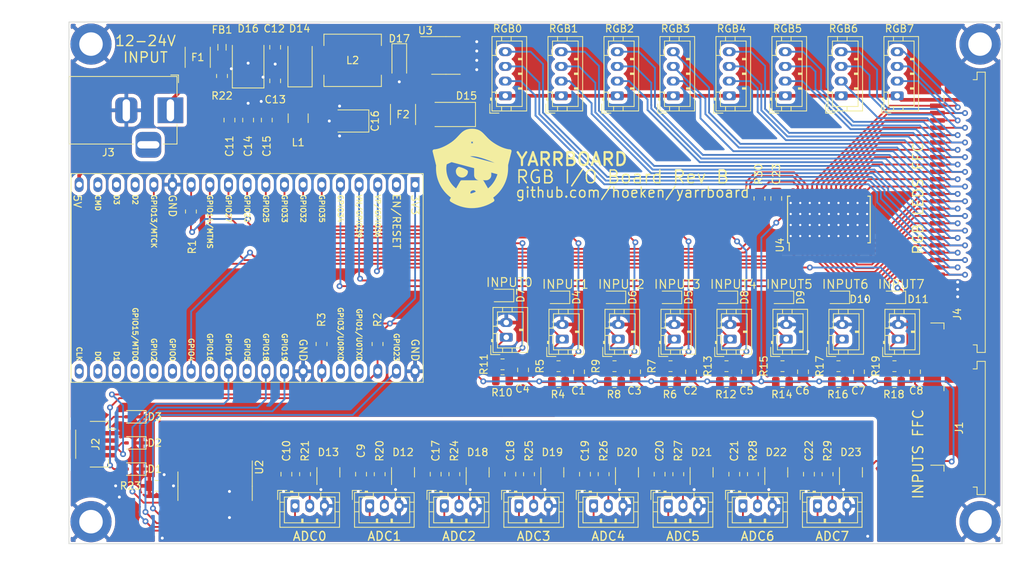
<source format=kicad_pcb>
(kicad_pcb (version 20221018) (generator pcbnew)
  (layers (0 "F.Cu" signal) (31 "B.Cu" signal) (34 "B.Paste" user) (35 "F.Paste" user) (36 "B.SilkS" user "B.Silkscreen") (37 "F.SilkS" user "F.Silkscreen") (38 "B.Mask" user) (39 "F.Mask" user) (44 "Edge.Cuts" user))
  (net 0 "")
  (net 1 "+3.3V")
  (net 3 "GNDD")
  (net 10 "LED_SS")
  (net 12 "SDA")
  (net 15 "SCL")
  (net 16 "GNDA")
  (net 17 "+24V")
  (net 18 "Net-(U3-FB)")
  (net 19 "/INPUT0")
  (net 20 "/INPUT1")
  (net 21 "/INPUT2")
  (net 22 "/INPUT3")
  (net 23 "/INPUT4")
  (net 24 "/INPUT5")
  (net 25 "/INPUT6")
  (net 26 "/INPUT7")
  (net 27 "/ADC Input1/INPUT")
  (net 28 "/ADC Input2/INPUT")
  (net 29 "/ADC Input3/INPUT")
  (net 30 "/ADC Input4/INPUT")
  (net 31 "/ADC Input5/INPUT")
  (net 32 "/ADC Input6/INPUT")
  (net 33 "/ADC Input7/INPUT")
  (net 34 "Net-(C11-Pad2)")
  (net 35 "Net-(D4-A2)")
  (net 36 "Net-(D5-A2)")
  (net 37 "Net-(D6-A2)")
  (net 38 "Net-(D7-A2)")
  (net 39 "Net-(D8-A2)")
  (net 40 "Net-(D9-A2)")
  (net 41 "/ADC Input0/INPUT")
  (net 42 "Net-(D14-A)")
  (net 43 "Net-(ADC1-Pin_2)")
  (net 44 "Net-(ADC2-Pin_2)")
  (net 45 "Net-(ADC3-Pin_2)")
  (net 46 "Net-(ADC4-Pin_2)")
  (net 47 "Net-(ADC5-Pin_2)")
  (net 48 "Net-(ADC6-Pin_2)")
  (net 49 "ADC_SS")
  (net 50 "/LEDS/RED2")
  (net 51 "/LEDS/GREEN2")
  (net 52 "+5V")
  (net 53 "Net-(D14-K)")
  (net 54 "/LEDS/BLUE2")
  (net 55 "Net-(ADC7-Pin_2)")
  (net 56 "Net-(D10-A2)")
  (net 57 "Net-(D11-A2)")
  (net 58 "ESP32_VIN")
  (net 59 "Net-(D17-K)")
  (net 60 "Net-(F1-Pad1)")
  (net 61 "/LEDS/RED5")
  (net 62 "/LEDS/GREEN5")
  (net 63 "/LEDS/BLUE5")
  (net 64 "/LEDS/RED1")
  (net 65 "/LEDS/GREEN1")
  (net 66 "/LEDS/BLUE1")
  (net 67 "/LEDS/RED6")
  (net 68 "/LEDS/GREEN6")
  (net 69 "/LEDS/BLUE6")
  (net 70 "/LEDS/RED4")
  (net 71 "/LEDS/GREEN4")
  (net 72 "/LEDS/BLUE4")
  (net 73 "/LEDS/RED3")
  (net 74 "/LEDS/GREEN3")
  (net 75 "/LEDS/BLUE3")
  (net 76 "/LEDS/RED7")
  (net 77 "/LEDS/GREEN7")
  (net 78 "/LEDS/BLUE7")
  (net 79 "/LEDS/RED0")
  (net 80 "/LEDS/GREEN0")
  (net 81 "/LEDS/BLUE0")
  (net 82 "Net-(U4-IREF)")
  (net 83 "Net-(U1-GPIO12)")
  (net 84 "LED_MISO")
  (net 85 "LED_BLANK")
  (net 86 "LED_SCK")
  (net 87 "LED_MOSI")
  (net 91 "Net-(U3-VIN)")
  (net 93 "ADC_SCK")
  (net 94 "ADC_MISO")
  (net 95 "ADC_MOSI")
  (net 96 "Net-(ADC0-Pin_2)")
  (footprint "Resistor_SMD:R_0805_2012Metric" (layer "F.Cu") (at 172.112 118)
    (fp_text reference "R14")
    (fp_text value "100k")
  )
  (footprint "Connector_JST:JST_PH_B4B-PH-K_1x04_P2.00mm_Vertical" (layer "F.Cu") (at 164.865 79.04 90)
    (fp_text reference "RGB4")
    (fp_text value "~")
  )
  (footprint "Capacitor_SMD:C_0805_2012Metric" (layer "F.Cu") (at 167.286 116.603 90)
    (fp_text reference "C5")
    (fp_text value "10nF")
  )
  (footprint "Resistor_SMD:R_0805_2012Metric" (layer "F.Cu") (at 107.131 130.536 90)
    (fp_text reference "R21")
    (fp_text value "1k")
  )
  (footprint "Resistor_SMD:R_0805_2012Metric_Pad1.20x1.40mm_HandSolder" (layer "F.Cu") (at 109.38 112.822 90)
    (fp_text reference "R3")
    (fp_text value "2.2k")
  )
  (footprint "Capacitor_SMD:C_0805_2012Metric" (layer "F.Cu") (at 155.391 130.536 -90)
    (fp_text reference "C20")
    (fp_text value "10nF")
  )
  (footprint "Inductor_SMD:L_Chilisin_BMRB00060650" (layer "F.Cu") (at 113.608 74.214 180)
    (fp_text reference "L2")
    (fp_text value "SMMS0650-680M")
  )
  (footprint "Resistor_SMD:R_0805_2012Metric" (layer "F.Cu") (at 134.012 115.587)
    (fp_text reference "R11")
    (fp_text value "1k")
  )
  (footprint "MountingHole:MountingHole_3.2mm_M3_DIN965_Pad" (layer "F.Cu") (at 199 72)
    (fp_text reference "H4" hide)
    (fp_text value "MountingHole")
  )
  (footprint "Capacitor_SMD:C_0805_2012Metric_Pad1.18x1.45mm_HandSolder" (layer "F.Cu") (at 101.924 82.342 90)
    (fp_text reference "C15")
    (fp_text value "22uF/35v")
  )
  (footprint "Connector_JST:JST_PH_B3B-PH-K_1x03_P2.00mm_Vertical" (layer "F.Cu") (at 166.726 134.854)
    (fp_text reference "ADC6")
    (fp_text value "~")
  )
  (footprint "Connector_JST:JST_PH_B3B-PH-K_1x03_P2.00mm_Vertical" (layer "F.Cu") (at 126.086 134.854)
    (fp_text reference "ADC2")
    (fp_text value "~")
  )
  (footprint "Diode_SMD:D_SOD-323" (layer "F.Cu") (at 187.268 106.472 180)
    (fp_text reference "D11")
    (fp_text value "PESD3V3L1BA")
  )
  (footprint "Capacitor_SMD:C_0805_2012Metric" (layer "F.Cu") (at 182.526 116.603 90)
    (fp_text reference "C7")
    (fp_text value "10nF")
  )
  (footprint "Resistor_SMD:R_0805_2012Metric" (layer "F.Cu") (at 172.112 115.841)
    (fp_text reference "R15")
    (fp_text value "1k")
  )
  (footprint "Package_TO_SOT_SMD:SOT-23" (layer "F.Cu") (at 161.106 130.282 90)
    (fp_text reference "D21")
    (fp_text value "BAT54S")
  )
  (footprint "Capacitor_SMD:C_0805_2012Metric" (layer "F.Cu") (at 174.906 116.603 90)
    (fp_text reference "C6")
    (fp_text value "10nF")
  )
  (footprint "Capacitor_SMD:C_0805_2012Metric_Pad1.18x1.45mm_HandSolder" (layer "F.Cu") (at 96.844 82.342 90)
    (fp_text reference "C11")
    (fp_text value "4.7uF/50v")
  )
  (footprint "MountingHole:MountingHole_3.2mm_M3_DIN965_Pad" (layer "F.Cu") (at 199 137)
    (fp_text reference "H2" hide)
    (fp_text value "MountingHole")
  )
  (footprint "Package_TO_SOT_SMD:SOT-23" (layer "F.Cu") (at 181.426 130.282 90)
    (fp_text reference "D23")
    (fp_text value "BAT54S")
  )
  (footprint "Capacitor_SMD:C_0805_2012Metric" (layer "F.Cu") (at 135.071 130.536 -90)
    (fp_text reference "C18")
    (fp_text value "10nF")
  )
  (footprint "Diode_SMD:D_SOD-323" (layer "F.Cu") (at 164.408 106.472 180)
    (fp_text reference "D8")
    (fp_text value "PESD3V3L1BA")
  )
  (footprint "Connector_JST:JST_PH_B4B-PH-K_1x04_P2.00mm_Vertical" (layer "F.Cu") (at 180.105 79.04 90)
    (fp_text reference "RGB6")
    (fp_text value "~")
  )
  (footprint "Connector_FFC-FPC:TE_1-84952-0_1x10-1MP_P1.0mm_Horizontal" (layer "F.Cu") (at 195 124.252 90)
    (fp_text reference "J1")
    (fp_text value "INPUTS")
  )
  (footprint "Resistor_SMD:R_0805_2012Metric" (layer "F.Cu") (at 168.091 130.536 90)
    (fp_text reference "R28")
    (fp_text value "1k")
  )
  (footprint "Capacitor_SMD:C_0805_2012Metric" (layer "F.Cu") (at 159.666 116.603 90)
    (fp_text reference "C2")
    (fp_text value "10nF")
  )
  (footprint "Capacitor_SMD:C_0805_2012Metric" (layer "F.Cu") (at 171.266 93.01 -90)
    (fp_text reference "C23")
    (fp_text value "10uF")
  )
  (footprint "Fuse:Fuse_1812_4532Metric_Pad1.30x3.40mm_HandSolder" (layer "F.Cu") (at 120.466 81.58 90)
    (fp_text reference "F2")
    (fp_text value "mSMD110")
  )
  (footprint "Capacitor_SMD:C_0805_2012Metric" (layer "F.Cu") (at 136.806 116.349 90)
    (fp_text reference "C4")
    (fp_text value "10nF")
  )
  (footprint "Resistor_SMD:R_0805_2012Metric" (layer "F.Cu") (at 156.872 115.841)
    (fp_text reference "R7")
    (fp_text value "1k")
  )
  (footprint "Connector_JST:JST_PH_B4B-PH-K_1x04_P2.00mm_Vertical" (layer "F.Cu") (at 157.245 79.04 90)
    (fp_text reference "RGB3")
    (fp_text value "~")
  )
  (footprint "Capacitor_SMD:C_0805_2012Metric" (layer "F.Cu") (at 152.046 116.603 90)
    (fp_text reference "C3")
    (fp_text value "10nF")
  )
  (footprint "Diode_SMD:D_SOD-323" (layer "F.Cu") (at 83.89 122.728 180)
    (fp_text reference "D3")
    (fp_text value "PESD3V3L1BA")
  )
  (footprint "Connector_JST:JST_PH_B3B-PH-K_1x03_P2.00mm_Vertical" (layer "F.Cu") (at 146.406 134.854)
    (fp_text reference "ADC4")
    (fp_text value "~")
  )
  (footprint "Connector_JST:JST_PH_B4B-PH-K_1x04_P2.00mm_Vertical" (layer "F.Cu") (at 187.725 79.04 90)
    (fp_text reference "RGB7")
    (fp_text value "~")
  )
  (footprint "Resistor_SMD:R_0805_2012Metric" (layer "F.Cu") (at 164.492 115.841)
    (fp_text reference "R13")
    (fp_text value "1k")
  )
  (footprint "Capacitor_SMD:C_0805_2012Metric_Pad1.18x1.45mm_HandSolder" (layer "F.Cu") (at 103.067 72.436 -90)
    (fp_text reference "C12")
    (fp_text value "10nF")
  )
  (footprint "Inductor_SMD:L_1210_3225Metric" (layer "F.Cu") (at 106.196 82.088 -90)
    (fp_text reference "L1")
    (fp_text value "CBC3225T100KR")
  )
  (footprint "Fuse:Fuse_1812_4532Metric_Pad1.30x3.40mm_HandSolder" (layer "F.Cu") (at 92.526 73.802 -90)
    (fp_text reference "F1")
    (fp_text value "mSMD050-60V")
  )
  (footprint "Connector_JST:JST_PH_B2B-PH-K_1x02_P2.00mm_Vertical" (layer "F.Cu") (at 142.14 112.158 90)
    (fp_text reference "INPUT1")
    (fp_text value "~")
  )
  (footprint "Resistor_SMD:R_0805_2012Metric" (layer "F.Cu") (at 179.732 118)
    (fp_text reference "R16")
    (fp_text value "100k")
  )
  (footprint "Resistor_SMD:R_0805_2012Metric" (layer "F.Cu") (at 134.012 117.746)
    (fp_text reference "R10")
    (fp_text value "100k")
  )
  (footprint "Resistor_SMD:R_0805_2012Metric" (layer "F.Cu") (at 168.98 93.01 -90)
    (fp_text reference "R30")
    (fp_text value "3.3k")
  )
  (footprint "Resistor_SMD:R_0805_2012Metric" (layer "F.Cu") (at 137.611 130.536 90)
    (fp_text reference "R25")
    (fp_text value "1k")
  )
  (footprint "Diode_SMD:D_SOD-123" (layer "F.Cu") (at 119.958 74.31 -90)
    (fp_text reference "D17")
    (fp_text value "DSK24")
  )
  (footprint "Package_SO:SOIC-16_3.9x9.9mm_P1.27mm" (layer "F.Cu") (at 94.886 132.174 -90)
    (fp_text reference "U2")
    (fp_text value "MCP3208")
  )
  (footprint "Connector_JST:JST_PH_B4B-PH-K_1x04_P2.00mm_Vertical" (layer "F.Cu") (at 142.005 79.04 90)
    (fp_text reference "RGB1")
    (fp_text value "~")
  )
  (footprint "Diode_SMD:D_SOD-323" (layer "F.Cu") (at 172.028 106.472 180)
    (fp_text reference "D9")
    (fp_text value "PESD3V3L1BA")
  )
  (footprint "Diode_SMD:D_SOD-323" (layer "F.Cu") (at 141.548 106.472 180)
    (fp_text reference "D4")
    (fp_text value "PESD3V3L1BA")
  )
  (footprint "Resistor_SMD:R_0805_2012Metric" (layer "F.Cu") (at 141.632 118)
    (fp_text reference "R4")
    (fp_text value "100k")
  )
  (footprint "Connector_JST:JST_PH_B3B-PH-K_1x03_P2.00mm_Vertical" (layer "F.Cu") (at 156.566 134.854)
    (fp_text reference "ADC5")
    (fp_text value "~")
  )
  (footprint "Resistor_SMD:R_0805_2012Metric" (layer "F.Cu") (at 127.451 130.536 90)
    (fp_text reference "R24")
    (fp_text value "1k")
  )
  (footprint "Resistor_SMD:R_0805_2012Metric" (layer "F.Cu") (at 178.251 130.536 90)
    (fp_text reference "R29")
    (fp_text value "1k")
  )
  (footprint "Capacitor_SMD:C_0805_2012Metric" (layer "F.Cu") (at 114.751 130.536 -90)
    (fp_text reference "C9")
    (fp_text value "10nF")
  )
  (footprint "Connector_JST:JST_PH_B4B-PH-K_1x04_P2.00mm_Vertical" (layer "F.Cu") (at 149.625 79.04 90)
    (fp_text reference "RGB2")
    (fp_text value "~")
  )
  (footprint "yarrboard:Logo Small" (layer "F.Cu") (at 129.864 88.946)
    (fp_text reference "LOGO" hide)
    (fp_text value "Logo Small" hide)
  )
  (footprint "Connector_JST:JST_PH_B2B-PH-K_1x02_P2.00mm_Vertical" (layer "F.Cu") (at 172.62 112.158 90)
    (fp_text reference "INPUT5")
    (fp_text value "~")
  )
  (footprint "Connector_JST:JST_PH_B3B-PH-K_1x03_P2.00mm_Vertical" (layer "F.Cu") (at 115.926 134.854)
    (fp_text reference "ADC1")
    (fp_text value "~")
  )
  (footprint "Package_SO:SOIC-8_3.9x4.9mm_P1.27mm" (layer "F.Cu") (at 126.308 73.548)
    (fp_text reference "U3")
    (fp_text value "XL1509-5.0")
  )
  (footprint "Resistor_SMD:R_0805_2012Metric_Pad1.20x1.40mm_HandSolder" (layer "F.Cu") (at 86.938 132.126 180)
    (fp_text reference "R23")
    (fp_text value "0R" hide)
  )
  (footprint "Diode_SMD:D_SOD-323" (layer "F.Cu") (at 149.168 106.472 180)
    (fp_text reference "D6")
    (fp_text value "PESD3V3L1BA")
  )
  (footprint "Inductor_SMD:L_0805_2012Metric" (layer "F.Cu") (at 95.828 72.436 90)
    (fp_text reference "FB1")
    (fp_text value "GZ2012D601TF")
  )
  (footprint "Package_TO_SOT_SMD:SOT-23" (layer "F.Cu") (at 110.306 130.282 90)
    (fp_text reference "D13")
    (fp_text value "BAT54S")
  )
  (footprint "Package_TO_SOT_SMD:SOT-23" (layer "F.Cu") (at 171.266 130.282 90)
    (fp_text reference "D22")
    (fp_text value "BAT54S")
  )
  (footprint "Package_TO_SOT_SMD:SOT-23" (layer "F.Cu") (at 150.946 130.282 90)
    (fp_text reference "D20")
    (fp_text value "BAT54S")
  )
  (footprint "Connector_FFC-FPC:TE_3-84952-0_1x30-1MP_P1.0mm_Horizontal" (layer "F.Cu") (at 195 94.892 90)
    (fp_text reference "J4")
    (fp_text value "RGB")
  )
  (footprint "yarrboard:ESP32-DevKitC" (layer "F.Cu") (at 122.10944 91.13 -90)
    (fp_text reference "U1" hide)
    (fp_text value "ESP32-DEVKITC" hide)
  )
  (footprint "MountingHole:MountingHole_3.2mm_M3_DIN965_Pad" (layer "F.Cu") (at 78 137)
    (fp_text reference "H3" hide)
    (fp_text value "MountingHole")
  )
  (footprint "Connector_JST:JST_PH_B3B-PH-K_1x03_P2.00mm_Vertical" (layer "F.Cu") (at 105.766 134.854)
    (fp_text reference "ADC0")
    (fp_text value "~")
  )
  (footprint "Connector_JST:JST_PH_B2B-PH-K_1x02_P2.00mm_Vertical" (layer "F.Cu") (at 157.38 112.158 90)
    (fp_text reference "INPUT3")
    (fp_text value "~")
  )
  (footprint "Diode_SMD:D_SMA" (layer "F.Cu") (at 106.45 74.31 90)
    (fp_text reference "D14")
    (fp_text value "SX33L")
  )
  (footprint "Resistor_SMD:R_0805_2012Metric" (layer "F.Cu") (at 156.872 118)
    (fp_text reference "R6")
    (fp_text value "100k")
  )
  (footprint "Resistor_SMD:R_0805_2012Metric" (layer "F.Cu") (at 147.771 130.536 90)
    (fp_text reference "R26")
    (fp_text value "1k")
  )
  (footprint "Connector_BarrelJack:BarrelJack_Horizontal" (layer "F.Cu") (at 88.805 81.008)
    (fp_text reference "J3")
    (fp_text value "Barrel_Jack")
  )
  (footprint "Resistor_SMD:R_0805_2012Metric" (layer "F.Cu") (at 117.291 130.536 90)
    (fp_text reference "R20")
    (fp_text value "1k")
  )
  (footprint "Resistor_SMD:R_0805_2012Metric" (layer "F.Cu") (at 157.931 130.536 90)
    (fp_text reference "R27")
    (fp_text value "1k")
  )
  (footprint "Connector_JST:JST_PH_B3B-PH-K_1x03_P2.00mm_Vertical" (layer "F.Cu") (at 136.246 134.854)
    (fp_text reference "ADC3")
    (fp_text value "~")
  )
  (footprint "Capacitor_SMD:C_0805_2012Metric" (layer "F.Cu") (at 175.711 130.536 -90)
    (fp_text reference "C22")
    (fp_text value "10nF")
  )
  (footprint "Resistor_SMD:R_0805_2012Metric_Pad1.20x1.40mm_HandSolder" (layer "F.Cu") (at 95.828 76.342 90)
    (fp_text reference "R22")
    (fp_text value "4.7R")
  )
  (footprint "Diode_SMD:D_SOD-323" (layer "F.Cu") (at 179.648 106.472 180)
    (fp_text reference "D10")
    (fp_text value "PESD3V3L1BA")
  )
  (footprint "MountingHole:MountingHole_3.2mm_M3_DIN965_Pad" (layer "F.Cu") (at 78 72)
    (fp_text reference "H1" hide)
    (fp_text value "MountingHole")
  )
  (footprint "Diode_SMD:D_SOD-323" (layer "F.Cu") (at 83.89 126.284 180)
    (fp_text reference "D2")
    (fp_text value "PESD3V3L1BA")
  )
  (footprint "Resistor_SMD:R_0805_2012Metric" (layer "F.Cu") (at 149.252 118)
    (fp_text reference "R8")
    (fp_text value "100k")
  )
  (footprint "Resistor_SMD:R_0805_2012Metric_Pad1.20x1.40mm_HandSolder" (layer "F.Cu") (at 91.6 94.788 -90)
    (fp_text reference "R1")
    (fp_text value "0R")
  )
  (footprint "Resistor_SMD:R_0805_2012Metric_Pad1.20x1.40mm_HandSolder" (layer "F.Cu") (at 117 112.822 90)
    (fp_text reference "R2")
    (fp_text value "2.2k")
  )
  (footprint "Resistor_SMD:R_0805_2012Metric" (layer "F.Cu") (at 187.352 115.841)
    (fp_text reference "R19")
    (fp_text value "1k")
  )
  (footprint "Capacitor_SMD:C_0805_2012Metric" (layer "F.Cu") (at 145.231 130.536 -90)
    (fp_text reference "C19")
    (fp_text value "10nF")
  )
  (footprint "Capacitor_SMD:C_0805_2012Metric" (layer "F.Cu") (at 165.551 130.536 -90)
    (fp_text reference "C21")
    (fp_text value "10nF")
  )
  (footprint "Package_TO_SOT_SMD:SOT-23" (layer "F.Cu") (at 130.626 130.282 90)
    (fp_text reference "D18")
    (fp_text value "BAT54S")
  )
  (footprint "Capacitor_SMD:C_0805_2012Metric" (layer "F.Cu") (at 124.911 130.536 -90)
    (fp_text reference "C17")
    (fp_text value "10nF")
  )
  (footprint "Resistor_SMD:R_0805_2012Metric" (layer "F.Cu") (at 141.632 115.841)
    (fp_text reference "R5")
    (fp_text value "1k")
  )
  (footprint "Resistor_SMD:R_0805_2012Metric" (layer "F.Cu") (at 164.492 118)
    (fp_text reference "R12")
    (fp_text value "100k")
  )
  (footprint "Resistor_SMD:R_0805_2012Metric" (layer "F.Cu") (at 179.732 115.841)
    (fp_text reference "R17")
    (fp_text value "1k")
  )
  (footprint "Capacitor_SMD:C_0805_2012Metric_Pad1.18x1.45mm_HandSolder" (layer "F.Cu") (at 103.067 77.008 90)
    (fp_text reference "C13")
    (fp_text value "470nF/50v")
  )
  (footprint "Capacitor_SMD:C_0805_2012Metric" (layer "F.Cu") (at 190.146 116.603 90)
    (fp_text reference "C8")
    (fp_text value "10nF")
  )
  (footprint "Package_TO_SOT_SMD:SOT-23" (layer "F.Cu") (at 140.786 130.282 90)
    (fp_text reference "D19")
    (fp_text value "BAT54S")
  )
  (footprint "Diode_SMD:D_SOD-323" (layer "F.Cu") (at 156.788 106.472 180)
    (fp_text reference "D5")
    (fp_text value "PESD3V3L1BA")
  )
  (footprint "Resistor_SMD:R_0805_2012Metric" (layer "F.Cu") (at 149.252 115.841)
    (fp_text reference "R9")
    (fp_text value "1k")
  )
  (footprint "Diode_SMD:D_SOD-323" (layer "F.Cu") (at 83.89 129.84 180)
    (fp_text reference "D1")
    (fp_text value "PESD3V3L1BA")
  )
  (footprint "Connector_JST:JST_SH_SM04B-SRSS-TB_1x04-1MP_P1.00mm_Horizontal" (layer "F.Cu") (at 78.604 126.46 -90)
    (fp_text reference "J2")
    (fp_text value "I2C")
  )
  (footprint "Resistor_SMD:R_0805_2012Metric" (layer "F.Cu") (at 187.352 118)
    (fp_text reference "R18")
    (fp_text value "100k")
  )
  (footprint "Package_SO:HTSSOP-32-1EP_6.1x11mm_P0.65mm_EP5.2x11mm_Mask4.11x4.36mm_ThermalVias" (layer "F.Cu") (at 178.430075 95.875 90)
    (fp_text reference "U4")
    (fp_text value "TLC5947DAP")
  )
  (footprint "Diode_SMD:D_SOD-323" (layer "F.Cu") (at 133.928 106.218 180)
    (fp_text reference "D7")
    (fp_text value "PESD3V3L1BA")
  )
  (footprint "Connector_JST:JST_PH_B4B-PH-K_1x04_P2.00mm_Vertical" (layer "F.Cu") (at 172.485 79.04 90)
    (fp_text reference "RGB5")
    (fp_text value "~")
  )
  (footprint "Capacitor_Tantalum_SMD:CP_EIA-3528-21_Kemet-B" (layer "F.Cu") (at 113.354 82.469 180)
    (fp_text reference "C16")
    (fp_text value "100uF/10v")
  )
  (footprint "Diode_SMD:D_SMB" (layer "F.Cu") (at 99.384 74.31 90)
    (fp_text reference "D16")
    (fp_text value "SMBJ30CA")
  )
  (footprint "Capacitor_SMD:C_0805_2012Metric" (layer "F.Cu") (at 104.591 130.536 -90)
    (fp_text reference "C10")
    (fp_text value "10nF")
  )
  (footprint "Connector_JST:JST_PH_B2B-PH-K_1x02_P2.00mm_Vertical" (layer "F.Cu") (at 165 112.158 90)
    (fp_text reference "INPUT4")
    (fp_text value "~")
  )
  (footprint "Capacitor_SMD:C_0805_2012Metric" (layer "F.Cu") (at 144.426 116.603 90)
    (fp_text reference "C1")
    (fp_text value "10nF")
  )
  (footprint "Connector_JST:JST_PH_B3B-PH-K_1x03_P2.00mm_Vertical" (layer "F.Cu") (at 176.886 134.854)
    (fp_text reference "ADC7")
    (fp_text value "~")
  )
  (footprint "Connector_JST:JST_PH_B2B-PH-K_1x02_P2.00mm_Vertical" (layer "F.Cu") (at 149.76 112.158 90)
    (fp_text reference "INPUT2")
    (fp_text value "~")
  )
  (footprint "Connector_JST:JST_PH_B2B-PH-K_1x02_P2.00mm_Vertical" (layer "F.Cu") (at 187.86 112.158 90)
    (fp_text reference "INPUT7")
    (fp_text value "~")
  )
  (footprint "Diode_SMD:D_SMA" (layer "F.Cu") (at 126.816 81.58 180)
    (fp_text reference "D15")
    (fp_text value "SX33L")
  )
  (footprint "Package_TO_SOT_SMD:SOT-23" (layer "F.Cu") (at 120.466 130.282 90)
    (fp_text reference "D12")
    (fp_text value "BAT54S")
  )
  (footprint "Capacitor_SMD:C_0805_2012Metric_Pad1.18x1.45mm_HandSolder" (layer "F.Cu") (at 99.384 82.342 90)
    (fp_text reference "C14")
    (fp_text value "1uF/50v")
  )
  (footprint "Connector_JST:JST_PH_B2B-PH-K_1x02_P2.00mm_Vertical" (layer "F.Cu") (at 180.24 112.158 90)
    (fp_text reference "INPUT6")
    (fp_text value "~")
  )
  (footprint "Connector_JST:JST_PH_B4B-PH-K_1x04_P2.00mm_Vertical" (layer "F.Cu") (at 134.385 79.04 90)
    (fp_text reference "RGB0")
    (fp_text value "~")
  )
  (footprint "Connector_JST:JST_PH_B2B-PH-K_1x02_P2.00mm_Vertical" (layer "F.Cu") (at 134.52 111.904 90)
    (fp_text reference "INPUT0")
    (fp_text value "~")
  )
  (gr_line (start 202 140) (end 75 140) (stroke (width 0.1)) (layer "Edge.Cuts"))
  (gr_line (start 202 69) (end 202 140) (stroke (width 0.1)) (layer "Edge.Cuts"))
  (gr_line (start 75 140) (end 75 69) (stroke (width 0.1)) (layer "Edge.Cuts"))
  (gr_line (start 75 69) (end 202 69) (stroke (width 0.1)) (layer "Edge.Cuts"))
  (gr_text "12-24V\nINPUT" (at 85.414 72.69) (layer "F.SilkS") (effects (font (size 1.4 1.4) (thickness 0.18))))
  (gr_text "YARRBOARD" (at 135.706 88.692) (layer "F.SilkS") (effects (font (size 1.75 1.75) (thickness 0.3)) (justify left bottom)))
  (gr_text "RGB I/O Board Rev B" (at 135.706 91.105) (layer "F.SilkS") (effects (font (size 1.75 1.75) (thickness 0.2)) (justify left bottom)))
  (gr_text "RGB LEDS FFC" (at 190.57 93.01 90) (layer "F.SilkS") (effects (font (size 1.4 1.4) (thickness 0.18))))
  (gr_text "github.com/hoeken/yarrboard" (at 135.706 93.01) (layer "F.SilkS") (effects (font (size 1.4 1.4) (thickness 0.18)) (justify left bottom)))
  (gr_text "INPUTS FFC" (at 190.57 127.808 90) (layer "F.SilkS") (effects (font (size 1.4 1.4) (thickness 0.18))))
  (segment (start 146.406 136.92) (end 145.104 138.222) (width 0.25) (layer "F.Cu") (net 1))
  (segment (start 131.576 131.2195) (end 131.576 137.78) (width 0.25) (layer "F.Cu") (net 1))
  (segment (start 115.926 136.92) (end 114.624 138.222) (width 0.25) (layer "F.Cu") (net 1))
  (segment (start 131.576 137.78) (end 131.134 138.222) (width 0.25) (layer "F.Cu") (net 1))
  (segment (start 172.366 93.16) (end 171.266 92.06) (width 0.25) (layer "F.Cu") (net 1))
  (segment (start 178.7215 117.902) (end 178.8195 118) (width 0.25) (layer "F.Cu") (net 1))
  (segment (start 136.246 134.854) (end 136.246 136.92) (width 0.25) (layer "F.Cu") (net 1))
  (segment (start 79.064 133.142) (end 79.064 126.284) (width 0.25) (layer "F.Cu") (net 1))
  (segment (start 81.096 122.728) (end 79.064 124.76) (width 0.25) (layer "F.Cu") (net 1))
  (segment (start 161.966 118) (end 161.868 117.902) (width 0.25) (layer "F.Cu") (net 1))
  (segment (start 176.886 137.174) (end 175.838 138.222) (width 0.25) (layer "F.Cu") (net 1))
  (segment (start 124.784 138.222) (end 131.134 138.222) (width 0.25) (layer "F.Cu") (net 1))
  (segment (start 99.331 134.649) (end 98.061 134.649) (width 0.25) (layer "F.Cu") (net 1))
  (segment (start 109.38 111.822) (end 109.38 111.462) (width 0.25) (layer "F.Cu") (net 1))
  (segment (start 126.086 134.854) (end 126.086 136.92) (width 0.25) (layer "F.Cu") (net 1))
  (segment (start 184.826 118) (end 184.728 117.902) (width 0.25) (layer "F.Cu") (net 1))
  (segment (start 79.064 126.284) (end 79.388 125.96) (width 0.25) (layer "F.Cu") (net 1))
  (segment (start 163.5795 118) (end 161.966 118) (width 0.25) (layer "F.Cu") (net 1))
  (segment (start 141.294 138.222) (end 145.104 138.222) (width 0.25) (layer "F.Cu") (net 1))
  (segment (start 155.772 138.222) (end 161.614 138.222) (width 0.25) (layer "F.Cu") (net 1))
  (segment (start 178.6635 118.156) (end 178.8195 118) (width 0.25) (layer "F.Cu") (net 1))
  (segment (start 171.774 138.222) (end 175.838 138.222) (width 0.25) (layer "F.Cu") (net 1))
  (segment (start 163.4235 118.156) (end 163.5795 118) (width 0.25) (layer "F.Cu") (net 1))
  (segment (start 195.07 128.752) (end 195.142 128.824) (width 0.25) (layer "F.Cu") (net 1))
  (segment (start 104.972 138.222) (end 110.814 138.222) (width 0.25) (layer "F.Cu") (net 1))
  (segment (start 172.366 95.212) (end 172.366 93.16) (width 0.25) (layer "F.Cu") (net 1))
  (segment (start 114.624 138.222) (end 120.974 138.222) (width 0.25) (layer "F.Cu") (net 1))
  (segment (start 156.566 137.428) (end 155.772 138.222) (width 0.25) (layer "F.Cu") (net 1))
  (segment (start 171.1995 118) (end 169.332 118) (width 0.25) (layer "F.Cu") (net 1))
  (segment (start 171.431 92.225) (end 171.266 92.06) (width 0.25) (layer "F.Cu") (net 1))
  (segment (start 79.064 124.76) (end 79.064 126.284) (width 0.25) (layer "F.Cu") (net 1))
  (segment (start 172.216 137.78) (end 171.774 138.222) (width 0.25) (layer "F.Cu") (net 1))
  (segment (start 98.876 138.222) (end 84.144 138.222) (width 0.25) (layer "F.Cu") (net 1))
  (segment (start 172.216 131.2195) (end 172.216 137.78) (width 0.25) (layer "F.Cu") (net 1))
  (segment (start 121.416 137.78) (end 120.974 138.222) (width 0.25) (layer "F.Cu") (net 1))
  (segment (start 181.934 138.222) (end 182.376 137.78) (width 0.25) (layer "F.Cu") (net 1))
  (segment (start 132.9435 117.902) (end 133.0995 117.746) (width 0.25) (layer "F.Cu") (net 1))
  (segment (start 82.84 122.728) (end 81.096 122.728) (width 0.25) (layer "F.Cu") (net 1))
  (segment (start 151.708 138.222) (end 155.772 138.222) (width 0.25) (layer "F.Cu") (net 1))
  (segment (start 165.678 138.222) (end 171.774 138.222) (width 0.25) (layer "F.Cu") (net 1))
  (segment (start 105.766 137.428) (end 104.972 138.222) (width 0.25) (layer "F.Cu") (net 1))
  (segment (start 161.614 138.222) (end 165.678 138.222) (width 0.25) (layer "F.Cu") (net 1))
  (segment (start 186.2835 118.156) (end 186.4395 118) (width 0.25) (layer "F.Cu") (net 1))
  (segment (start 118.688 110.028) (end 123.514 110.028) (width 0.25) (layer "F.Cu") (net 1))
  (segment (start 176.886 134.854) (end 176.886 137.174) (width 0.25) (layer "F.Cu") (net 1))
  (segment (start 175.838 138.222) (end 181.934 138.222) (width 0.25) (layer "F.Cu") (net 1))
  (segment (start 109.38 111.462) (end 110.814 110.028) (width 0.25) (layer "F.Cu") (net 1))
  (segment (start 136.246 136.92) (end 134.944 138.222) (width 0.25) (layer "F.Cu") (net 1))
  (segment (start 99.331 134.649) (end 99.331 137.767) (width 0.25) (layer "F.Cu") (net 1))
  (segment (start 121.416 131.2195) (end 121.416 137.78) (width 0.25) (layer "F.Cu") (net 1))
  (segment (start 98.876 138.222) (end 104.972 138.222) (width 0.25) (layer "F.Cu") (net 1))
  (segment (start 193.2 128.752) (end 195.07 128.752) (width 0.25) (layer "F.Cu") (net 1))
  (segment (start 154.346 118) (end 154.248 117.902) (width 0.25) (layer "F.Cu") (net 1))
  (segment (start 171.266 96.312) (end 172.366 95.212) (width 0.25) (layer "F.Cu") (net 1))
  (segment (start 140.5635 118.156) (end 140.7195 118) (width 0.25) (layer "F.Cu") (net 1))
  (segment (start 171.0435 118.156) (end 171.1995 118) (width 0.25) (layer "F.Cu") (net 1))
  (segment (start 151.896 138.034) (end 151.708 138.222) (width 0.25) (layer "F.Cu") (net 1))
  (segment (start 99.331 137.767) (end 98.876 138.222) (width 0.25) (layer "F.Cu") (net 1))
  (segment (start 177.108 117.902) (end 178.7215 117.902) (width 0.25) (layer "F.Cu") (net 1))
  (segment (start 84.144 138.222) (end 79.064 133.142) (width 0.25) (layer "F.Cu") (net 1))
  (segment (start 117 111.716) (end 118.688 110.028) (width 0.25) (layer "F.Cu") (net 1))
  (segment (start 182.376 137.78) (end 182.376 131.2195) (width 0.25) (layer "F.Cu") (net 1))
  (segment (start 148.1835 118.156) (end 148.3395 118) (width 0.25) (layer "F.Cu") (net 1))
  (segment (start 141.736 137.78) (end 141.294 138.222) (width 0.25) (layer "F.Cu") (net 1))
  (segment (start 117 111.822) (end 117 111.716) (width 0.25) (layer "F.Cu") (net 1))
  (segment (start 126.086 136.92) (end 124.784 138.222) (width 0.25) (layer "F.Cu") (net 1))
  (segment (start 173.555075 92.225) (end 171.431 92.225) (width 0.25) (layer "F.Cu") (net 1))
  (segment (start 111.256 137.78) (end 110.814 138.222) (width 0.25) (layer "F.Cu") (net 1))
  (segment (start 162.056 131.2195) (end 162.056 137.78) (width 0.25) (layer "F.Cu") (net 1))
  (segment (start 156.566 134.854) (end 156.566 137.428) (width 0.25) (layer "F.Cu") (net 1))
  (segment (start 151.896 131.2195) (end 151.896 138.034) (width 0.25) (layer "F.Cu") (net 1))
  (segment (start 148.3395 118) (end 146.726 118) (width 0.25) (layer "F.Cu") (net 1))
  (segment (start 146.726 118) (end 146.628 117.902) (width 0.25) (layer "F.Cu") (net 1))
  (segment (start 123.514 110.028) (end 131.388 117.902) (width 0.25) (layer "F.Cu") (net 1))
  (segment (start 111.256 131.2195) (end 111.256 137.78) (width 0.25) (layer "F.Cu") (net 1))
  (segment (start 110.814 110.028) (end 118.688 110.028) (width 0.25) (layer "F.Cu") (net 1))
  (segment (start 79.388 125.96) (end 80.604 125.96) (width 0.25) (layer "F.Cu") (net 1))
  (segment (start 139.106 118) (end 139.008 117.902) (width 0.25) (layer "F.Cu") (net 1))
  (segment (start 105.766 134.854) (end 105.766 137.428) (width 0.25) (layer "F.Cu") (net 1))
  (segment (start 169.332 118) (end 169.234 117.902) (width 0.25) (layer "F.Cu") (net 1))
  (segment (start 115.926 134.854) (end 115.926 136.92) (width 0.25) (layer "F.Cu") (net 1))
  (segment (start 131.388 117.902) (end 132.9435 117.902) (width 0.25) (layer "F.Cu") (net 1))
  (segment (start 155.9595 118) (end 154.346 118) (width 0.25) (layer "F.Cu") (net 1))
  (segment (start 110.814 138.222) (end 114.624 138.222) (width 0.25) (layer "F.Cu") (net 1))
  (segment (start 155.8035 118.156) (end 155.9595 118) (width 0.25) (layer "F.Cu") (net 1))
  (segment (start 186.4395 118) (end 184.826 118) (width 0.25) (layer "F.Cu") (net 1))
  (segment (start 134.944 138.222) (end 141.294 138.222) (width 0.25) (layer "F.Cu") (net 1))
  (segment (start 131.134 138.222) (end 134.944 138.222) (width 0.25) (layer "F.Cu") (net 1))
  (segment (start 162.056 137.78) (end 161.614 138.222) (width 0.25) (layer "F.Cu") (net 1))
  (segment (start 140.7195 118) (end 139.106 118) (width 0.25) (layer "F.Cu") (net 1))
  (segment (start 120.974 138.222) (end 124.784 138.222) (width 0.25) (layer "F.Cu") (net 1))
  (segment (start 145.104 138.222) (end 151.708 138.222) (width 0.25) (layer "F.Cu") (net 1))
  (segment (start 182.376 131.2195) (end 184.8435 128.752) (width 0.25) (layer "F.Cu") (net 1))
  (segment (start 184.8435 128.752) (end 193.2 128.752) (width 0.25) (layer "F.Cu") (net 1))
  (segment (start 141.736 131.2195) (end 141.736 137.78) (width 0.25) (layer "F.Cu") (net 1))
  (segment (start 166.726 134.854) (end 166.726 137.174) (width 0.25) (layer "F.Cu") (net 1))
  (segment (start 166.726 137.174) (end 165.678 138.222) (width 0.25) (layer "F.Cu") (net 1))
  (segment (start 146.406 134.854) (end 146.406 136.92) (width 0.25) (layer "F.Cu") (net 1))
  (via (at 161.868 117.902) (size 0.8) (drill 0.4) (layers "F.Cu" "B.Cu") (net 1))
  (via (at 131.388 117.902) (size 0.8) (drill 0.4) (layers "F.Cu" "B.Cu") (net 1))
  (via (at 154.248 117.902) (size 0.8) (drill 0.4) (layers "F.Cu" "B.Cu") (net 1))
  (via (at 177.108 117.902) (size 0.8) (drill 0.4) (layers "F.Cu" "B.Cu") (net 1))
  (via (at 171.266 96.312) (size 0.8) (drill 0.4) (layers "F.Cu" "B.Cu") (net 1))
  (via (at 146.628 117.902) (size 0.8) (drill 0.4) (layers "F.Cu" "B.Cu") (net 1))
  (via (at 169.234 117.902) (size 0.8) (drill 0.4) (layers "F.Cu" "B.Cu") (net 1))
  (via (at 195.142 128.824) (size 0.8) (drill 0.4) (layers "F.Cu" "B.Cu") (net 1))
  (via (at 118.688 110.028) (size 0.8) (drill 0.4) (layers "F.Cu" "B.Cu") (net 1))
  (via (at 139.008 117.902) (size 0.8) (drill 0.4) (layers "F.Cu" "B.Cu") (net 1))
  (via (at 184.728 117.902) (size 0.8) (drill 0.4) (layers "F.Cu" "B.Cu") (net 1))
  (segment (start 184.728 117.902) (end 194.38 117.902) (width 0.25) (layer "B.Cu") (net 1))
  (segment (start 139.008 117.902) (end 131.388 117.902) (width 0.25) (layer "B.Cu") (net 1))
  (segment (start 122.10944 106.60656) (end 118.688 110.028) (width 0.25) (layer "B.Cu") (net 1))
  (segment (start 195.396 128.57) (end 195.142 128.824) (width 0.25) (layer "B.Cu") (net 1))
  (segment (start 171.266 96.312) (end 169.234 98.344) (width 0.25) (layer "B.Cu") (net 1))
  (segment (start 194.38 117.902) (end 195.396 118.918) (width 0.25) (layer "B.Cu") (net 1))
  (segment (start 169.234 117.902) (end 177.108 117.902) (width 0.25) (layer "B.Cu") (net 1))
  (segment (start 169.234 117.902) (end 161.868 117.902) (width 0.25) (layer "B.Cu") (net 1))
  (segment (start 195.396 118.918) (end 195.396 128.57) (width 0.25) (layer "B.Cu") (net 1))
  (segment (start 177.108 117.902) (end 184.728 117.902) (width 0.25) (layer "B.Cu") (net 1))
  (segment (start 146.628 117.902) (end 139.008 117.902) (width 0.25) (layer "B.Cu") (net 1))
  (segment (start 169.234 98.344) (end 169.234 117.902) (width 0.25) (layer "B.Cu") (net 1))
  (segment (start 122.10944 91.13) (end 122.10944 106.60656) (width 0.25) (layer "B.Cu") (net 1))
  (segment (start 154.248 117.902) (end 146.628 117.902) (width 0.25) (layer "B.Cu") (net 1))
  (segment (start 161.868 117.902) (end 154.248 117.902) (width 0.25) (layer "B.Cu") (net 1))
  (segment (start 90.441 134.649) (end 89.442 133.65) (width 0.25) (layer "F.Cu") (net 3))
  (segment (start 193.2 105.392) (end 195.955 105.392) (width 0.25) (layer "F.Cu") (net 3))
  (segment (start 89.442 133.65) (end 86.684 133.65) (width 0.25) (layer "F.Cu") (net 3))
  (segment (start 180.655075 96.276394) (end 180.655075 95.025) (width 0.25) (layer "F.Cu") (net 3))
  (segment (start 193.2 106.392) (end 195.955 106.392) (width 0.25) (layer "F.Cu") (net 3))
  (segment (start 193.2 104.392) (end 195.955 104.392) (width 0.25) (layer "F.Cu") (net 3))
  (segment (start 86.684 133.65) (end 85.938 132.904) (width 0.25) (layer "F.Cu") (net 3))
  (segment (start 85.938 132.904) (end 85.938 132.126) (width 0.25) (layer "F.Cu") (net 3))
  (via (at 110.433 82.469) (size 0.8) (drill 0.4) (layers "F.Cu" "B.Cu") (net 3))
  (via (at 111.83 84.501) (size 0.8) (drill 0.4) (layers "F.Cu" "B.Cu") (net 3))
  (via (at 81.858 133.65) (size 0.8) (drill 0.4) (layers "F.Cu" "B.Cu") (net 3))
  (via (at 130.499 74.214) (size 0.8) (drill 0.4) (layers "F.Cu" "B.Cu") (net 3))
  (via (at 103.067 74.722) (size 0.8) (drill 0.4) (layers "F.Cu" "B.Cu") (net 3))
  (via (at 81.35 132.126) (size 0.8) (drill 0.4) (layers "F.Cu" "B.Cu") (net 3))
  (via (at 195.955 105.392) (size 0.8) (drill 0.4) (layers "F.Cu" "B.Cu") (net 3))
  (via (at 195.955 106.392) (size 0.8) (drill 0.4) (layers "F.Cu" "B.Cu") (net 3))
  (via (at 183.458 106.726) (size 0.8) (drill 0.4) (layers "F.Cu" "B.Cu") (net 3))
  (via (at 130.499 75.484) (size 0.8) (drill 0.4) (layers "F.Cu" "B.Cu") (net 3))
  (via (at 130.499 71.674) (size 0.8) (drill 0.4) (layers "F.Cu" "B.Cu") (net 3))
  (via (at 119.958 77.135) (size 0.8) (drill 0.4) (layers "F.Cu" "B.Cu") (net 3))
  (via (at 111.83 80.437) (size 0.8) (drill 0.4) (layers "F.Cu" "B.Cu") (net 3))
  (via (at 130.499 72.944) (size 0.8) (drill 0.4) (layers "F.Cu" "B.Cu") (net 3))
  (via (at 195.955 104.392) (size 0.8) (drill 0.4) (layers "F.Cu" "B.Cu") (net 3))
  (via (at 175.584 113.838) (size 0.8) (drill 0.4) (layers "F.Cu" "B.Cu") (net 3))
  (via (at 99.384 74.595) (size 0.8) (drill 0.4) (layers "F.Cu" "B.Cu") (net 3))
  (via (at 101.162 79.802) (size 0.8) (drill 0.4) (layers "F.Cu" "B.Cu") (net 3))
  (via (at 99.384 80.056) (size 0.8) (drill 0.4) (layers "F.Cu" "B.Cu") (net 3))
  (via (at 101.416 76.5) (size 0.8) (drill 0.4) (layers "F.Cu" "B.Cu") (net 3))
  (via (at 97.098 75.357) (size 0.8) (drill 0.4) (layers "F.Cu" "B.Cu") (net 3))
  (segment (start 167.71 99.614) (end 166.948 100.376) (width 0.25) (layer "F.Cu") (net 10))
  (segment (start 168.726 89.962) (end 167.71 90.978) (width 0.25) (layer "F.Cu") (net 10))
  (segment (start 166.948 100.376) (end 101.67 100.376) (width 0.25) (layer "F.Cu") (net 10))
  (segment (start 96.70944 95.41544) (end 96.70944 91.13) (width 0.25) (layer "F.Cu") (net 10))
  (segment (start 173.497106 89.962) (end 168.726 89.962) (width 0.25) (layer "F.Cu") (net 10))
  (segment (start 174.855075 91.319969) (end 173.497106 89.962) (width 0.25) (layer "F.Cu") (net 10))
  (segment (start 167.71 90.978) (end 167.71 99.614) (width 0.25) (layer "F.Cu") (net 10))
  (segment (start 174.855075 92.225) (end 174.855075 91.319969) (width 0.25) (layer "F.Cu") (net 10))
  (segment (start 101.67 100.376) (end 96.70944 95.41544) (width 0.25) (layer "F.Cu") (net 10))
  (segment (start 109.40944 116.53) (end 109.40944 118.55256) (width 0.25) (layer "F.Cu") (net 12))
  (segment (start 81.518 126.96) (end 82.366 127.808) (width 0.25) (layer "F.Cu") (net 12))
  (segment (start 109.38 113.822) (end 109.38 116.50056) (width 0.25) (layer "F.Cu") (net 12))
  (segment (start 82.194 126.284) (end 81.518 126.96) (width 0.25) (layer "F.Cu") (net 12))
  (segment (start 82.84 126.284) (end 82.194 126.284) (width 0.25) (layer "F.Cu") (net 12))
  (segment (start 109.38 116.50056) (end 109.40944 116.53) (width 0.25) (layer "F.Cu") (net 12))
  (segment (start 80.85 119.688) (end 80.842 119.68) (width 0.25) (layer "F.Cu") (net 12))
  (segment (start 80.604 126.96) (end 81.518 126.96) (width 0.25) (layer "F.Cu") (net 12))
  (segment (start 108.274 119.688) (end 80.85 119.688) (width 0.25) (layer "F.Cu") (net 12))
  (segment (start 109.40944 118.55256) (end 108.274 119.688) (width 0.25) (layer "F.Cu") (net 12))
  (via (at 82.366 127.808) (size 0.8) (drill 0.4) (layers "F.Cu" "B.Cu") (net 12))
  (via (at 80.842 119.68) (size 0.8) (drill 0.4) (layers "F.Cu" "B.Cu") (net 12))
  (segment (start 82.366 121.204) (end 80.842 119.68) (width 0.25) (layer "B.Cu") (net 12))
  (segment (start 82.366 127.808) (end 82.366 121.204) (width 0.25) (layer "B.Cu") (net 12))
  (segment (start 81.096 129.84) (end 80.588 129.332) (width 0.25) (layer "F.Cu") (net 15))
  (segment (start 81.858 120.188) (end 80.588 121.458) (width 0.25) (layer "F.Cu") (net 15))
  (segment (start 117 116.50056) (end 117.02944 116.53) (width 0.25) (layer "F.Cu") (net 15))
  (segment (start 117 113.822) (end 117 116.50056) (width 0.25) (layer "F.Cu") (net 15))
  (segment (start 113.37144 120.188) (end 81.858 120.188) (width 0.25) (layer "F.Cu") (net 15))
  (segment (start 117.02944 116.53) (end 113.37144 120.188) (width 0.25) (layer "F.Cu") (net 15))
  (segment (start 82.84 129.84) (end 81.096 129.84) (width 0.25) (layer "F.Cu") (net 15))
  (segment (start 80.588 127.976) (end 80.604 127.96) (width 0.25) (layer "F.Cu") (net 15))
  (segment (start 80.604 127.96) (end 80.96 127.96) (width 0.25) (layer "F.Cu") (net 15))
  (segment (start 80.588 129.332) (end 80.588 127.976) (width 0.25) (layer "F.Cu") (net 15))
  (via (at 80.588 121.458) (size 0.8) (drill 0.4) (layers "F.Cu" "B.Cu") (net 15))
  (via (at 80.588 129.332) (size 0.8) (drill 0.4) (layers "F.Cu" "B.Cu") (net 15))
  (segment (start 80.588 121.458) (end 80.588 129.332) (width 0.25) (layer "B.Cu") (net 15))
  (via (at 87.954 130.602) (size 0.8) (drill 0.4) (layers "F.Cu" "B.Cu") (net 16))
  (via (at 139.77 132.634) (size 0.8) (drill 0.4) (layers "F.Cu" "B.Cu") (net 16))
  (via (at 96.844 132.888) (size 0.8) (drill 0.4) (layers "F.Cu" "B.Cu") (net 16))
  (via (at 149.93 132.634) (size 0.8) (drill 0.4) (layers "F.Cu" "B.Cu") (net 16))
  (via (at 96.844 136.444) (size 0.8) (drill 0.4) (layers "F.Cu" "B.Cu") (net 16))
  (via (at 87.7 139.238) (size 0.8) (drill 0.4) (layers "F.Cu" "B.Cu") (net 16))
  (via (at 180.41 132.634) (size 0.8) (drill 0.4) (layers "F.Cu" "B.Cu") (net 16))
  (via (at 170.25 132.634) (size 0.8) (drill 0.4) (layers "F.Cu" "B.Cu") (net 16))
  (via (at 175.33 132.888) (size 0.8) (drill 0.4) (layers "F.Cu" "B.Cu") (net 16))
  (via (at 129.61 132.634) (size 0.8) (drill 0.4) (layers "F.Cu" "B.Cu") (net 16))
  (via (at 144.85 132.888) (size 0.8) (drill 0.4) (layers "F.Cu" "B.Cu") (net 16))
  (via (at 160.09 132.634) (size 0.8) (drill 0.4) (layers "F.Cu" "B.Cu") (net 16))
  (via (at 183.712 138.984) (size 0.8) (drill 0.4) (layers "F.Cu" "B.Cu") (net 16))
  (via (at 155.01 132.888) (size 0.8) (drill 0.4) (layers "F.Cu" "B.Cu") (net 16))
  (via (at 89.224 132.126) (size 0.8) (drill 0.4) (layers "F.Cu" "B.Cu") (net 16))
  (via (at 134.69 132.888) (size 0.8) (drill 0.4) (layers "F.Cu" "B.Cu") (net 16))
  (via (at 114.37 132.888) (size 0.8) (drill 0.4) (layers "F.Cu" "B.Cu") (net 16))
  (via (at 119.45 132.634) (size 0.8) (drill 0.4) (layers "F.Cu" "B.Cu") (net 16))
  (via (at 124.53 132.888) (size 0.8) (drill 0.4) (layers "F.Cu" "B.Cu") (net 16))
  (via (at 104.21 132.888) (size 0.8) (drill 0.4) (layers "F.Cu" "B.Cu") (net 16))
  (via (at 165.17 132.888) (size 0.8) (drill 0.4) (layers "F.Cu" "B.Cu") (net 16))
  (via (at 109.29 132.634) (size 0.8) (drill 0.4) (layers "F.Cu" "B.Cu") (net 16))
  (segment (start 88.805 79.748) (end 92.526 76.027) (width 0.5) (layer "F.Cu") (net 17))
  (segment (start 88.805 81.008) (end 88.805 79.748) (width 0.5) (layer "F.Cu") (net 17))
  (segment (start 121.863 74.849) (end 121.863 77.958) (width 0.25) (layer "F.Cu") (net 18))
  (segment (start 123.833 74.183) (end 122.529 74.183) (width 0.25) (layer "F.Cu") (net 18))
  (segment (start 111.002 79.355) (end 120.466 79.355) (width 0.5) (layer "F.Cu") (net 18))
  (segment (start 110.329 78.682) (end 111.002 79.355) (width 0.5) (layer "F.Cu") (net 18))
  (segment (start 122.529 74.183) (end 121.863 74.849) (width 0.25) (layer "F.Cu") (net 18))
  (segment (start 110.583 74.214) (end 110.329 74.468) (width 0.5) (layer "F.Cu") (net 18))
  (segment (start 121.863 77.958) (end 120.466 79.355) (width 0.25) (layer "F.Cu") (net 18))
  (segment (start 110.329 74.468) (end 110.329 78.682) (width 0.5) (layer "F.Cu") (net 18))
  (segment (start 187.268 122.474) (end 141.981 122.474) (width 0.25) (layer "F.Cu") (net 19))
  (segment (start 191.586 126.792) (end 187.268 122.474) (width 0.25) (layer "F.Cu") (net 19))
  (segment (start 192.712 126.792) (end 191.586 126.792) (width 0.25) (layer "F.Cu") (net 19))
  (segment (start 192.752 126.752) (end 192.712 126.792) (width 0.25) (layer "F.Cu") (net 19))
  (segment (start 99.24944 94.14544) (end 104.21 99.106) (width 0.25) (layer "F.Cu") (net 19))
  (segment (start 99.24944 91.13) (end 99.24944 94.14544) (width 0.25) (layer "F.Cu") (net 19))
  (segment (start 134.9245 115.587) (end 134.9245 115.1275) (width 0.25) (layer "F.Cu") (net 19))
  (segment (start 134.9245 115.587) (end 134.9245 117.746) (width 0.25) (layer "F.Cu") (net 19))
  (segment (start 136.359 117.746) (end 136.806 117.299) (width 0.25) (layer "F.Cu") (net 19))
  (segment (start 104.21 99.106) (end 136.722 99.106) (width 0.25) (layer "F.Cu") (net 19))
  (segment (start 141.981 122.474) (end 136.806 117.299) (width 0.25) (layer "F.Cu") (net 19))
  (segment (start 136.722 99.106) (end 136.722 99.1015) (width 0.25) (layer "F.Cu") (net 19))
  (segment (start 134.9245 117.746) (end 136.359 117.746) (width 0.25) (layer "F.Cu") (net 19))
  (segment (start 134.9245 115.1275) (end 136.722 113.33) (width 0.25) (layer "F.Cu") (net 19))
  (via (at 136.722 99.1015) (size 0.8) (drill 0.4) (layers "F.Cu" "B.Cu") (net 19))
  (via (at 136.722 113.33) (size 0.8) (drill 0.4) (layers "F.Cu" "B.Cu") (net 19))
  (segment (start 136.722 99.1015) (end 136.722 113.33) (width 0.25) (layer "B.Cu") (net 19))
  (segment (start 142.5445 115.841) (end 142.5445 115.6355) (width 0.25) (layer "F.Cu") (net 20))
  (segment (start 104.182553 98.371447) (end 104.2275 98.3265) (width 0.25) (layer "F.Cu") (net 20))
  (segment (start 191.562 125.752) (end 187.776 121.966) (width 0.25) (layer "F.Cu") (net 20))
  (segment (start 104.2275 98.3265) (end 143.5625 98.3265) (width 0.25) (layer "F.Cu") (net 20))
  (segment (start 144.342 99.106) (end 144.342 99.1015) (width 0.25) (layer "F.Cu") (net 20))
  (segment (start 142.5445 115.6355) (end 144.342 113.838) (width 0.25) (layer "F.Cu") (net 20))
  (segment (start 101.78944 95.978334) (end 104.182553 98.371447) (width 0.25) (layer "F.Cu") (net 20))
  (segment (start 142.5445 118) (end 143.979 118) (width 0.25) (layer "F.Cu") (net 20))
  (segment (start 148.839 121.966) (end 144.426 117.553) (width 0.25) (layer "F.Cu") (net 20))
  (segment (start 101.78944 91.13) (end 101.78944 95.978334) (width 0.25) (layer "F.Cu") (net 20))
  (segment (start 143.979 118) (end 144.426 117.553) (width 0.25) (layer "F.Cu") (net 20))
  (segment (start 142.5445 115.841) (end 142.5445 118) (width 0.25) (layer "F.Cu") (net 20))
  (segment (start 143.5625 98.3265) (end 144.342 99.106) (width 0.25) (layer "F.Cu") (net 20))
  (segment (start 193.2 125.752) (end 191.562 125.752) (width 0.25) (layer "F.Cu") (net 20))
  (segment (start 187.776 121.966) (end 148.839 121.966) (width 0.25) (layer "F.Cu") (net 20))
  (via (at 144.342 99.1015) (size 0.8) (drill 0.4) (layers "F.Cu" "B.Cu") (net 20))
  (via (at 144.342 113.838) (size 0.8) (drill 0.4) (layers "F.Cu" "B.Cu") (net 20))
  (segment (start 144.342 99.1015) (end 144.342 113.838) (width 0.25) (layer "B.Cu") (net 20))
  (segment (start 150.1645 115.841) (end 150.1645 118) (width 0.25) (layer "F.Cu") (net 21))
  (segment (start 150.9365 97.8265) (end 152.089 98.979) (width 0.25) (layer "F.Cu") (net 21))
  (segment (start 188.483106 121.458) (end 155.951 121.458) (width 0.25) (layer "F.Cu") (net 21))
  (segment (start 150.1645 118) (end 151.599 118) (width 0.25) (layer "F.Cu") (net 21))
  (segment (start 193.2 124.752) (end 191.777106 124.752) (width 0.25) (layer "F.Cu") (net 21))
  (segment (start 191.777106 124.752) (end 188.483106 121.458) (width 0.25) (layer "F.Cu") (net 21))
  (segment (start 150.1645 115.841) (end 150.1645 115.6355) (width 0.25) (layer "F.Cu") (net 21))
  (segment (start 150.1645 115.6355) (end 151.962 113.838) (width 0.25) (layer "F.Cu") (net 21))
  (segment (start 104.32944 91.13) (end 104.32944 97.43794) (width 0.25) (layer "F.Cu") (net 21))
  (segment (start 155.951 121.458) (end 152.046 117.553) (width 0.25) (layer "F.Cu") (net 21))
  (segment (start 104.32944 97.43794) (end 104.718 97.8265) (width 0.25) (layer "F.Cu") (net 21))
  (segment (start 152.216 99.106) (end 152.089 98.979) (width 0.25) (layer "F.Cu") (net 21))
  (segment (start 104.718 97.8265) (end 150.9365 97.8265) (width 0.25) (layer "F.Cu") (net 21))
  (segment (start 151.599 118) (end 152.046 117.553) (width 0.25) (layer "F.Cu") (net 21))
  (via (at 151.962 113.838) (size 0.8) (drill 0.4) (layers "F.Cu" "B.Cu") (net 21))
  (via (at 152.089 98.979) (size 0.8) (drill 0.4) (layers "F.Cu" "B.Cu") (net 21))
  (segment (start 152.089 98.979) (end 151.962 99.106) (width 0.25) (layer "B.Cu") (net 21))
  (segment (start 151.962 99.106) (end 151.962 113.838) (width 0.25) (layer "B.Cu") (net 21))
  (segment (start 188.963659 120.95) (end 163.063 120.95) (width 0.25) (layer "F.Cu") (net 22))
  (segment (start 191.765659 123.752) (end 188.963659 120.95) (width 0.25) (layer "F.Cu") (net 22))
  (segment (start 163.063 120.95) (end 159.666 117.553) (width 0.25) (layer "F.Cu") (net 22))
  (segment (start 157.7845 115.841) (end 157.7845 115.3815) (width 0.25) (layer "F.Cu") (net 22))
  (segment (start 108.2725 97.3265) (end 157.8025 97.3265) (width 0.25) (layer "F.Cu") (net 22))
  (segment (start 106.86944 91.13) (end 106.86944 95.92344) (width 0.25) (layer "F.Cu") (net 22))
  (segment (start 106.86944 95.92344) (end 108.2725 97.3265) (width 0.25) (layer "F.Cu") (net 22))
  (segment (start 159.219 118) (end 159.666 117.553) (width 0.25) (layer "F.Cu") (net 22))
  (segment (start 157.7845 118) (end 159.219 118) (width 0.25) (layer "F.Cu") (net 22))
  (segment (start 157.7845 115.841) (end 157.7845 118) (width 0.25) (layer "F.Cu") (net 22))
  (segment (start 193.2 123.752) (end 191.765659 123.752) (width 0.25) (layer "F.Cu") (net 22))
  (segment (start 157.8025 97.3265) (end 159.328 98.852) (width 0.25) (layer "F.Cu") (net 22))
  (segment (start 157.7845 115.3815) (end 159.328 113.838) (width 0.25) (layer "F.Cu") (net 22))
  (via (at 159.328 113.838) (size 0.8) (drill 0.4) (layers "F.Cu" "B.Cu") (net 22))
  (via (at 159.328 98.852) (size 0.8) (drill 0.4) (layers "F.Cu" "B.Cu") (net 22))
  (segment (start 159.328 98.852) (end 159.328 113.838) (width 0.25) (layer "B.Cu") (net 22))
  (segment (start 189.3 120.442) (end 170.175 120.442) (width 0.25) (layer "F.Cu") (net 23))
  (segment (start 193.2 122.752) (end 191.61 122.752) (width 0.25) (layer "F.Cu") (net 23))
  (segment (start 163.9065 96.8265) (end 165.932 98.852) (width 0.25) (layer "F.Cu") (net 23))
  (segment (start 165.4045 115.841) (end 165.4045 118) (width 0.25) (layer "F.Cu") (net 23))
  (segment (start 170.175 120.442) (end 167.286 117.553) (width 0.25) (layer "F.Cu") (net 23))
  (segment (start 165.4045 118) (end 166.839 118) (width 0.25) (layer "F.Cu") (net 23))
  (segment (start 166.839 118) (end 167.286 117.553) (width 0.25) (layer "F.Cu") (net 23))
  (segment (start 109.40944 96.43794) (end 109.798 96.8265) (width 0.25) (layer "F.Cu") (net 23))
  (segment (start 109.40944 91.13) (end 109.40944 96.43794) (width 0.25) (layer "F.Cu") (net 23))
  (segment (start 165.4045 115.6355) (end 167.202 113.838) (width 0.25) (layer "F.Cu") (net 23))
  (segment (start 165.4045 115.841) (end 165.4045 115.6355) (width 0.25) (layer "F.Cu") (net 23))
  (segment (start 109.798 96.8265) (end 163.9065 96.8265) (width 0.25) (layer "F.Cu") (net 23))
  (segment (start 191.61 122.752) (end 189.3 120.442) (width 0.25) (layer "F.Cu") (net 23))
  (via (at 165.932 98.852) (size 0.8) (drill 0.4) (layers "F.Cu" "B.Cu") (net 23))
  (via (at 167.202 113.838) (size 0.8) (drill 0.4) (layers "F.Cu" "B.Cu") (net 23))
  (segment (start 165.932 98.852) (end 167.202 100.122) (width 0.25) (layer "B.Cu") (net 23))
  (segment (start 167.202 100.122) (end 167.202 113.838) (width 0.25) (layer "B.Cu") (net 23))
  (segment (start 174.459 118) (end 174.906 117.553) (width 0.25) (layer "F.Cu") (net 24))
  (segment (start 191.615765 121.752) (end 189.797765 119.934) (width 0.25) (layer "F.Cu") (net 24))
  (segment (start 174.314 114.092) (end 174.314 105.71) (width 0.25) (layer "F.Cu") (net 24))
  (segment (start 173.552 104.948) (end 111.83 104.948) (width 0.25) (layer "F.Cu") (net 24))
  (segment (start 173.0245 115.841) (end 173.0245 118) (width 0.25) (layer "F.Cu") (net 24))
  (segment (start 177.287 119.934) (end 174.906 117.553) (width 0.25) (layer "F.Cu") (net 24))
  (segment (start 189.797765 119.934) (end 177.287 119.934) (width 0.25) (layer "F.Cu") (net 24))
  (segment (start 173.0245 115.841) (end 173.0245 115.3815) (width 0.25) (layer "F.Cu") (net 24))
  (segment (start 173.0245 115.3815) (end 174.314 114.092) (width 0.25) (layer "F.Cu") (net 24))
  (segment (start 174.314 105.71) (end 173.552 104.948) (width 0.25) (layer "F.Cu") (net 24))
  (segment (start 173.0245 118) (end 174.459 118) (width 0.25) (layer "F.Cu") (net 24))
  (segment (start 193.2 121.752) (end 191.615765 121.752) (width 0.25) (layer "F.Cu") (net 24))
  (via (at 111.83 104.948) (size 0.8) (drill 0.4) (layers "F.Cu" "B.Cu") (net 24))
  (segment (start 111.94944 91.13) (end 111.94944 104.82856) (width 0.25) (layer "B.Cu") (net 24))
  (segment (start 111.94944 104.82856) (end 111.83 104.948) (width 0.25) (layer "B.Cu") (net 24))
  (segment (start 179.648 107.488) (end 179.648 105.71) (width 0.25) (layer "F.Cu") (net 25))
  (segment (start 184.399 119.426) (end 182.526 117.553) (width 0.25) (layer "F.Cu") (net 25))
  (segment (start 182.442 109.012) (end 181.426 107.996) (width 0.25) (layer "F.Cu") (net 25))
  (segment (start 182.442 113.584) (end 182.442 109.012) (width 0.25) (layer "F.Cu") (net 25))
  (segment (start 171.266 104.186) (end 171.253 104.173) (width 0.25) (layer "F.Cu") (net 25))
  (segment (start 171.253 104.173) (end 114.865 104.173) (width 0.25) (layer "F.Cu") (net 25))
  (segment (start 180.156 107.996) (end 179.648 107.488) (width 0.25) (layer "F.Cu") (net 25))
  (segment (start 181.426 107.996) (end 180.156 107.996) (width 0.25) (layer "F.Cu") (net 25))
  (segment (start 178.124 104.186) (end 171.266 104.186) (width 0.25) (layer "F.Cu") (net 25))
  (segment (start 191.642 120.752) (end 190.316 119.426) (width 0.25) (layer "F.Cu") (net 25))
  (segment (start 193.2 120.752) (end 191.642 120.752) (width 0.25) (layer "F.Cu") (net 25))
  (segment (start 180.6445 115.841) (end 180.6445 115.3815) (width 0.25) (layer "F.Cu") (net 25))
  (segment (start 180.6445 118) (end 182.079 118) (width 0.25) (layer "F.Cu") (net 25))
  (segment (start 190.316 119.426) (end 184.399 119.426) (width 0.25) (layer "F.Cu") (net 25))
  (segment (start 114.865 104.173) (end 114.624 103.932) (width 0.25) (layer "F.Cu") (net 25))
  (segment (start 182.079 118) (end 182.526 117.553) (width 0.25) (layer "F.Cu") (net 25))
  (segment (start 179.648 105.71) (end 178.124 104.186) (width 0.25) (layer "F.Cu") (net 25))
  (segment (start 180.6445 115.3815) (end 182.442 113.584) (width 0.25) (layer "F.Cu") (net 25))
  (segment (start 180.6445 115.841) (end 180.6445 118) (width 0.25) (layer "F.Cu") (net 25))
  (via (at 114.624 103.932) (size 0.8) (drill 0.4) (layers "F.Cu" "B.Cu") (net 25))
  (segment (start 114.48944 103.79744) (end 114.624 103.932) (width 0.25) (layer "B.Cu") (net 25))
  (segment (start 114.48944 91.13) (end 114.48944 103.79744) (width 0.25) (layer "B.Cu") (net 25))
  (segment (start 117.418 102.408) (end 116.91 102.916) (width 0.25) (layer "F.Cu") (net 26))
  (segment (start 189.699 118) (end 190.146 117.553) (width 0.25) (layer "F.Cu") (net 26))
  (segment (start 191.586 119.68) (end 190.146 118.24) (width 0.25) (layer "F.Cu") (net 26))
  (segment (start 188.2645 115.841) (end 188.2645 118) (width 0.25) (layer "F.Cu") (net 26))
  (segment (start 192.273 119.68) (end 191.586 119.68) (width 0.25) (layer "F.Cu") (net 26))
  (segment (start 175.838 102.408) (end 117.418 102.408) (width 0.25) (layer "F.Cu") (net 26))
  (segment (start 188.2645 118) (end 189.699 118) (width 0.25) (layer "F.Cu") (net 26))
  (segment (start 188.03743 105.202) (end 189.11 106.27457) (width 0.25) (layer "F.Cu") (net 26))
  (segment (start 187.776 105.202) (end 188.03743 105.202) (width 0.25) (layer "F.Cu") (net 26))
  (segment (start 189.11 114.9955) (end 188.2645 115.841) (width 0.25) (layer "F.Cu") (net 26))
  (segment (start 189.11 106.27457) (end 189.11 114.9955) (width 0.25) (layer "F.Cu") (net 26))
  (segment (start 192.345 119.752) (end 192.273 119.68) (width 0.25) (layer "F.Cu") (net 26))
  (segment (start 190.146 118.24) (end 190.146 117.553) (width 0.25) (layer "F.Cu") (net 26))
  (via (at 116.91 102.916) (size 0.8) (drill 0.4) (layers "F.Cu" "B.Cu") (net 26))
  (via (at 187.776 105.202) (size 0.8) (drill 0.4) (layers "F.Cu" "B.Cu") (net 26))
  (via (at 175.838 102.408) (size 0.8) (drill 0.4) (layers "F.Cu" "B.Cu") (net 26))
  (segment (start 187.776 104.694) (end 185.49 102.408) (width 0.25) (layer "B.Cu") (net 26))
  (segment (start 117.02944 102.79656) (end 116.91 102.916) (width 0.25) (layer "B.Cu") (net 26))
  (segment (start 187.776 105.202) (end 187.776 104.694) (width 0.25) (layer "B.Cu") (net 26))
  (segment (start 117.02944 91.13) (end 117.02944 102.79656) (width 0.25) (layer "B.Cu") (net 26))
  (segment (start 185.49 102.408) (end 175.838 102.408) (width 0.25) (layer "B.Cu") (net 26))
  (segment (start 98.061 128.369) (end 98.386 128.044) (width 0.25) (layer "F.Cu") (net 27))
  (segment (start 98.386 128.044) (end 113.651 128.044) (width 0.25) (layer "F.Cu") (net 27))
  (segment (start 98.061 129.699) (end 98.061 128.369) (width 0.25) (layer "F.Cu") (net 27))
  (segment (start 113.651 128.044) (end 114.751 129.144) (width 0.25) (layer "F.Cu") (net 27))
  (segment (start 117.2535 129.586) (end 117.291 129.6235) (width 0.25) (layer "F.Cu") (net 27))
  (segment (start 114.751 129.586) (end 117.2535 129.586) (width 0.25) (layer "F.Cu") (net 27))
  (segment (start 127.4135 129.586) (end 127.451 129.6235) (width 0.25) (layer "F.Cu") (net 28))
  (segment (start 124.911 129.586) (end 127.4135 129.586) (width 0.25) (layer "F.Cu") (net 28))
  (segment (start 96.791 129.699) (end 96.791 128.115) (width 0.25) (layer "F.Cu") (net 28))
  (segment (start 97.362 127.544) (end 123.311 127.544) (width 0.25) (layer "F.Cu") (net 28))
  (segment (start 123.311 127.544) (end 124.911 129.144) (width 0.25) (layer "F.Cu") (net 28))
  (segment (start 96.791 128.115) (end 97.362 127.544) (width 0.25) (layer "F.Cu") (net 28))
  (segment (start 137.5735 129.586) (end 137.611 129.6235) (width 0.25) (layer "F.Cu") (net 29))
  (segment (start 95.521 128.115) (end 96.592 127.044) (width 0.25) (layer "F.Cu") (net 29))
  (segment (start 135.071 129.586) (end 137.5735 129.586) (width 0.25) (layer "F.Cu") (net 29))
  (segment (start 96.592 127.044) (end 132.971 127.044) (width 0.25) (layer "F.Cu") (net 29))
  (segment (start 132.971 127.044) (end 135.071 129.144) (width 0.25) (layer "F.Cu") (net 29))
  (segment (start 95.521 129.699) (end 95.521 128.115) (width 0.25) (layer "F.Cu") (net 29))
  (segment (start 145.231 129.586) (end 147.7335 129.586) (width 0.25) (layer "F.Cu") (net 30))
  (segment (start 147.7335 129.586) (end 147.771 129.6235) (width 0.25) (layer "F.Cu") (net 30))
  (segment (start 95.822 126.544) (end 142.631 126.544) (width 0.25) (layer "F.Cu") (net 30))
  (segment (start 142.631 126.544) (end 145.231 129.144) (width 0.25) (layer "F.Cu") (net 30))
  (segment (start 94.251 129.699) (end 94.251 128.115) (width 0.25) (layer "F.Cu") (net 30))
  (segment (start 94.251 128.115) (end 95.822 126.544) (width 0.25) (layer "F.Cu") (net 30))
  (segment (start 155.391 129.586) (end 157.8935 129.586) (width 0.25) (layer "F.Cu") (net 31))
  (segment (start 157.8935 129.586) (end 157.931 129.6235) (width 0.25) (layer "F.Cu") (net 31))
  (segment (start 92.981 129.699) (end 92.981 128.115) (width 0.25) (layer "F.Cu") (net 31))
  (segment (start 95.052 126.044) (end 152.291 126.044) (width 0.25) (layer "F.Cu") (net 31))
  (segment (start 152.291 126.044) (end 155.391 129.144) (width 0.25) (layer "F.Cu") (net 31))
  (segment (start 92.981 128.115) (end 95.052 126.044) (width 0.25) (layer "F.Cu") (net 31))
  (segment (start 161.951 125.544) (end 165.551 129.144) (width 0.25) (layer "F.Cu") (net 32))
  (segment (start 165.551 129.586) (end 168.0535 129.586) (width 0.25) (layer "F.Cu") (net 32))
  (segment (start 94.282 125.544) (end 161.951 125.544) (width 0.25) (layer "F.Cu") (net 32))
  (segment (start 91.711 129.699) (end 91.711 128.115) (width 0.25) (layer "F.Cu") (net 32))
  (segment (start 168.0535 129.586) (end 168.091 129.6235) (width 0.25) (layer "F.Cu") (net 32))
  (segment (start 91.711 128.115) (end 94.282 125.544) (width 0.25) (layer "F.Cu") (net 32))
  (segment (start 178.2135 129.586) (end 178.251 129.6235) (width 0.25) (layer "F.Cu") (net 33))
  (segment (start 93.512 125.044) (end 171.611 125.044) (width 0.25) (layer "F.Cu") (net 33))
  (segment (start 171.611 125.044) (end 175.711 129.144) (width 0.25) (layer "F.Cu") (net 33))
  (segment (start 90.441 128.115) (end 93.512 125.044) (width 0.25) (layer "F.Cu") (net 33))
  (segment (start 90.441 129.699) (end 90.441 128.115) (width 0.25) (layer "F.Cu") (net 33))
  (segment (start 175.711 129.586) (end 178.2135 129.586) (width 0.25) (layer "F.Cu") (net 33))
  (segment (start 95.828 77.342) (end 95.828 80.2885) (width 0.5) (layer "F.Cu") (net 34))
  (segment (start 95.828 80.2885) (end 96.844 81.3045) (width 0.5) (layer "F.Cu") (net 34))
  (segment (start 140.7195 113.5785) (end 142.14 112.158) (width 0.25) (layer "F.Cu") (net 35))
  (segment (start 140.498 110.516) (end 142.14 112.158) (width 0.25) (layer "F.Cu") (net 35))
  (segment (start 140.7195 115.841) (end 140.7195 113.5785) (width 0.25) (layer "F.Cu") (net 35))
  (segment (start 140.498 106.472) (end 140.498 110.516) (width 0.25) (layer "F.Cu") (net 35))
  (segment (start 155.9595 115.841) (end 155.9595 113.5785) (width 0.25) (layer "F.Cu") (net 36))
  (segment (start 155.738 110.516) (end 157.38 112.158) (width 0.25) (layer "F.Cu") (net 36))
  (segment (start 155.738 106.472) (end 155.738 110.516) (width 0.25) (layer "F.Cu") (net 36))
  (segment (start 155.9595 113.5785) (end 157.38 112.158) (width 0.25) (layer "F.Cu") (net 36))
  (segment (start 148.3395 115.841) (end 148.3395 113.5785) (width 0.25) (layer "F.Cu") (net 37))
  (segment (start 148.118 106.472) (end 148.118 110.516) (width 0.25) (layer "F.Cu") (net 37))
  (segment (start 148.3395 113.5785) (end 149.76 112.158) (width 0.25) (layer "F.Cu") (net 37))
  (segment (start 148.118 110.516) (end 149.76 112.158) (width 0.25) (layer "F.Cu") (net 37))
  (segment (start 133.0995 115.587) (end 133.0995 113.3245) (width 0.25) (layer "F.Cu") (net 38))
  (segment (start 132.878 106.218) (end 132.878 110.262) (width 0.25) (layer "F.Cu") (net 38))
  (segment (start 133.0995 113.3245) (end 134.52 111.904) (width 0.25) (layer "F.Cu") (net 38))
  (segment (start 132.878 110.262) (end 134.52 111.904) (width 0.25) (layer "F.Cu") (net 38))
  (segment (start 163.358 106.472) (end 163.358 110.516) (width 0.25) (layer "F.Cu") (net 39))
  (segment (start 163.5795 113.5785) (end 165 112.158) (width 0.25) (layer "F.Cu") (net 39))
  (segment (start 163.358 110.516) (end 165 112.158) (width 0.25) (layer "F.Cu") (net 39))
  (segment (start 163.5795 115.841) (end 163.5795 113.5785) (width 0.25) (layer "F.Cu") (net 39))
  (segment (start 170.978 110.516) (end 172.62 112.158) (width 0.25) (layer "F.Cu") (net 40))
  (segment (start 171.1995 115.841) (end 171.1995 113.5785) (width 0.25) (layer "F.Cu") (net 40))
  (segment (start 170.978 106.472) (end 170.978 110.516) (width 0.25) (layer "F.Cu") (net 40))
  (segment (start 171.1995 113.5785) (end 172.62 112.158) (width 0.25) (layer "F.Cu") (net 40))
  (segment (start 99.444 129.586) (end 99.331 129.699) (width 0.25) (layer "F.Cu") (net 41))
  (segment (start 107.0935 129.586) (end 107.131 129.6235) (width 0.25) (layer "F.Cu") (net 41))
  (segment (start 104.591 129.586) (end 99.444 129.586) (width 0.25) (layer "F.Cu") (net 41))
  (segment (start 104.591 129.586) (end 107.0935 129.586) (width 0.25) (layer "F.Cu") (net 41))
  (segment (start 105.862 72.31) (end 104.9505 71.3985) (width 0.5) (layer "F.Cu") (net 42))
  (segment (start 106.45 72.31) (end 105.862 72.31) (width 0.5) (layer "F.Cu") (net 42))
  (segment (start 98.5975 71.3735) (end 99.384 72.16) (width 0.5) (layer "F.Cu") (net 42))
  (segment (start 95.828 71.3735) (end 98.5975 71.3735) (width 0.5) (layer "F.Cu") (net 42))
  (segment (start 104.9505 71.3985) (end 103.067 71.3985) (width 0.5) (layer "F.Cu") (net 42))
  (segment (start 103.067 71.3985) (end 100.1455 71.3985) (width 0.5) (layer "F.Cu") (net 42))
  (segment (start 100.1455 71.3985) (end 99.384 72.16) (width 0.5) (layer "F.Cu") (net 42))
  (segment (start 120.466 129.3445) (end 119.395 129.3445) (width 0.25) (layer "F.Cu") (net 43))
  (segment (start 117.926 132.0835) (end 117.291 131.4485) (width 0.25) (layer "F.Cu") (net 43))
  (segment (start 119.395 129.3445) (end 117.291 131.4485) (width 0.25) (layer "F.Cu") (net 43))
  (segment (start 117.926 134.854) (end 117.926 132.0835) (width 0.25) (layer "F.Cu") (net 43))
  (segment (start 128.086 134.854) (end 128.086 132.0835) (width 0.25) (layer "F.Cu") (net 44))
  (segment (start 128.086 132.0835) (end 127.451 131.4485) (width 0.25) (layer "F.Cu") (net 44))
  (segment (start 130.626 129.3445) (end 129.555 129.3445) (width 0.25) (layer "F.Cu") (net 44))
  (segment (start 129.555 129.3445) (end 127.451 131.4485) (width 0.25) (layer "F.Cu") (net 44))
  (segment (start 138.246 132.0835) (end 137.611 131.4485) (width 0.25) (layer "F.Cu") (net 45))
  (segment (start 138.246 134.854) (end 138.246 132.0835) (width 0.25) (layer "F.Cu") (net 45))
  (segment (start 140.786 129.3445) (end 139.715 129.3445) (width 0.25) (layer "F.Cu") (net 45))
  (segment (start 139.715 129.3445) (end 137.611 131.4485) (width 0.25) (layer "F.Cu") (net 45))
  (segment (start 149.875 129.3445) (end 147.771 131.4485) (width 0.25) (layer "F.Cu") (net 46))
  (segment (start 148.406 134.854) (end 148.406 132.0835) (width 0.25) (layer "F.Cu") (net 46))
  (segment (start 150.946 129.3445) (end 149.875 129.3445) (width 0.25) (layer "F.Cu") (net 46))
  (segment (start 148.406 132.0835) (end 147.771 131.4485) (width 0.25) (layer "F.Cu") (net 46))
  (segment (start 161.106 129.3445) (end 160.035 129.3445) (width 0.25) (layer "F.Cu") (net 47))
  (segment (start 160.035 129.3445) (end 157.931 131.4485) (width 0.25) (layer "F.Cu") (net 47))
  (segment (start 158.566 132.0835) (end 157.931 131.4485) (width 0.25) (layer "F.Cu") (net 47))
  (segment (start 158.566 134.854) (end 158.566 132.0835) (width 0.25) (layer "F.Cu") (net 47))
  (segment (start 171.266 129.3445) (end 170.195 129.3445) (width 0.25) (layer "F.Cu") (net 48))
  (segment (start 168.726 132.0835) (end 168.091 131.4485) (width 0.25) (layer "F.Cu") (net 48))
  (segment (start 170.195 129.3445) (end 168.091 131.4485) (width 0.25) (layer "F.Cu") (net 48))
  (segment (start 168.726 134.854) (end 168.726 132.0835) (width 0.25) (layer "F.Cu") (net 48))
  (segment (start 87.954 134.412) (end 89.732 136.19) (width 0.25) (layer "F.Cu") (net 49))
  (segment (start 91.711 135.624) (end 91.711 134.649) (width 0.25) (layer "F.Cu") (net 49))
  (segment (start 83.636 132.888) (end 85.16 134.412) (width 0.25) (layer "F.Cu") (net 49))
  (segment (start 91.145 136.19) (end 91.711 135.624) (width 0.25) (layer "F.Cu") (net 49))
  (segment (start 85.16 134.412) (end 87.954 134.412) (width 0.25) (layer "F.Cu") (net 49))
  (segment (start 89.732 136.19) (end 91.145 136.19) (width 0.25) (layer "F.Cu") (net 49))
  (via (at 83.636 132.888) (size 0.8) (drill 0.4) (layers "F.Cu" "B.Cu") (net 49))
  (segment (start 96.082 120.974) (end 96.70944 120.34656) (width 0.25) (layer "B.Cu") (net 49))
  (segment (start 83.636 132.888) (end 83.636 124.162682) (width 0.25) (layer "B.Cu") (net 49))
  (segment (start 96.70944 120.34656) (end 96.70944 116.53) (width 0.25) (layer "B.Cu") (net 49))
  (segment (start 86.824682 120.974) (end 96.082 120.974) (width 0.25) (layer "B.Cu") (net 49))
  (segment (start 83.636 124.162682) (end 86.824682 120.974) (width 0.25) (layer "B.Cu") (net 49))
  (segment (start 193.2 97.392) (end 189.596832 97.392) (width 0.25) (layer "F.Cu") (net 50))
  (segment (start 180.055075 100.433756) (end 180.055075 99.525) (width 0.25) (layer "F.Cu") (net 50))
  (segment (start 182.121317 102.5) (end 180.055075 100.433756) (width 0.25) (layer "F.Cu") (net 50))
  (segment (start 184.488829 102.5) (end 182.121317 102.5) (width 0.25) (layer "F.Cu") (net 50))
  (segment (start 193.2 97.392) (end 196.955 97.392) (width 0.25) (layer "F.Cu") (net 50))
  (segment (start 189.596832 97.392) (end 184.488829 102.5) (width 0.25) (layer "F.Cu") (net 50))
  (via (at 196.955 97.392) (size 0.8) (drill 0.4) (layers "F.Cu" "B.Cu") (net 50))
  (segment (start 153.748 79.548) (end 151.24 77.04) (width 0.25) (layer "B.Cu") (net 50))
  (segment (start 185.64 88.08) (end 160.857788 88.08) (width 0.25) (layer "B.Cu") (net 50))
  (segment (start 196.955 97.392) (end 194.952 97.392) (width 0.25) (layer "B.Cu") (net 50))
  (segment (start 151.24 77.04) (end 149.625 77.04) (width 0.25) (layer "B.Cu") (net 50))
  (segment (start 160.857788 88.08) (end 153.748 80.970214) (width 0.25) (layer "B.Cu") (net 50))
  (segment (start 194.952 97.392) (end 185.64 88.08) (width 0.25) (layer "B.Cu") (net 50))
  (segment (start 153.748 80.970214) (end 153.748 79.548) (width 0.25) (layer "B.Cu") (net 50))
  (segment (start 180.705075 100.37665) (end 180.705075 99.525) (width 0.25) (layer "F.Cu") (net 51))
  (segment (start 184.281723 102) (end 182.328424 102) (width 0.25) (layer "F.Cu") (net 51))
  (segment (start 189.889726 96.392) (end 184.281723 102) (width 0.25) (layer "F.Cu") (net 51))
  (segment (start 193.2 96.392) (end 189.889726 96.392) (width 0.25) (layer "F.Cu") (net 51))
  (segment (start 193.2 96.392) (end 195.955 96.392) (width 0.25) (layer "F.Cu") (net 51))
  (segment (start 182.328424 102) (end 180.705075 100.37665) (width 0.25) (layer "F.Cu") (net 51))
  (via (at 195.955 96.392) (size 0.8) (drill 0.4) (layers "F.Cu" "B.Cu") (net 51))
  (segment (start 154.248 77.262) (end 152.026 75.04) (width 0.25) (layer "B.Cu") (net 51))
  (segment (start 154.256 80.302) (end 154.248 80.294) (width 0.25) (layer "B.Cu") (net 51))
  (segment (start 152.026 75.04) (end 149.625 75.04) (width 0.25) (layer "B.Cu") (net 51))
  (segment (start 154.256 80.771107) (end 154.256 80.302) (width 0.25) (layer "B.Cu") (net 51))
  (segment (start 194.968 96.392) (end 186.156 87.58) (width 0.25) (layer "B.Cu") (net 51))
  (segment (start 154.248 80.294) (end 154.248 77.262) (width 0.25) (layer "B.Cu") (net 51))
  (segment (start 186.156 87.58) (end 161.064894 87.58) (width 0.25) (layer "B.Cu") (net 51))
  (segment (start 161.064894 87.58) (end 154.256 80.771107) (width 0.25) (layer "B.Cu") (net 51))
  (segment (start 195.955 96.392) (end 194.968 96.392) (width 0.25) (layer "B.Cu") (net 51))
  (segment (start 134.385 79.04) (end 142.005 79.04) (width 0.5) (layer "F.Cu") (net 52))
  (segment (start 164.865 79.04) (end 172.485 79.04) (width 0.5) (layer "F.Cu") (net 52))
  (segment (start 149.625 79.04) (end 157.245 79.04) (width 0.5) (layer "F.Cu") (net 52))
  (segment (start 120.466 83.805) (end 122.591 83.805) (width 0.5) (layer "F.Cu") (net 52))
  (segment (start 199.206 107.234) (end 198.048 108.392) (width 0.5) (layer "F.Cu") (net 52))
  (segment (start 116.2275 83.805) (end 114.8915 82.469) (width 0.5) (layer "F.Cu") (net 52))
  (segment (start 124.816 81.58) (end 127.356 79.04) (width 0.5) (layer "F.Cu") (net 52))
  (segment (start 157.245 79.04) (end 164.865 79.04) (width 0.5) (layer "F.Cu") (net 52))
  (segment (start 193.2 108.392) (end 193.2 109.392) (width 0.5) (layer "F.Cu") (net 52))
  (segment (start 199.206 80.056) (end 199.206 107.234) (width 0.5) (layer "F.Cu") (net 52))
  (segment (start 193.2 107.392) (end 193.2 108.392) (width 0.5) (layer "F.Cu") (net 52))
  (segment (start 180.105 79.04) (end 187.725 79.04) (width 0.5) (layer "F.Cu") (net 52))
  (segment (start 198.737 79.587) (end 199.206 80.056) (width 0.5) (layer "F.Cu") (net 52))
  (segment (start 142.005 79.04) (end 149.625 79.04) (width 0.5) (layer "F.Cu") (net 52))
  (segment (start 120.466 83.805) (end 116.2275 83.805) (width 0.5) (layer "F.Cu") (net 52))
  (segment (start 127.356 79.04) (end 134.385 79.04) (width 0.5) (layer "F.Cu") (net 52))
  (segment (start 187.725 79.04) (end 188.272 79.587) (width 0.5) (layer "F.Cu") (net 52))
  (segment (start 188.272 79.587) (end 198.737 79.587) (width 0.5) (layer "F.Cu") (net 52))
  (segment (start 172.485 79.04) (end 180.105 79.04) (width 0.5) (layer "F.Cu") (net 52))
  (segment (start 122.591 83.805) (end 124.816 81.58) (width 0.5) (layer "F.Cu") (net 52))
  (segment (start 198.048 108.392) (end 193.2 108.392) (width 0.5) (layer "F.Cu") (net 52))
  (segment (start 103.067 78.0455) (end 104.7145 78.0455) (width 0.5) (layer "F.Cu") (net 53))
  (segment (start 106.45 80.434) (end 106.196 80.688) (width 0.5) (layer "F.Cu") (net 53))
  (segment (start 104.7145 78.0455) (end 106.45 76.31) (width 0.5) (layer "F.Cu") (net 53))
  (segment (start 106.45 76.31) (end 106.45 80.434) (width 0.5) (layer "F.Cu") (net 53))
  (segment (start 190.182617 95.392) (end 184.074617 101.5) (width 0.25) (layer "F.Cu") (net 54))
  (segment (start 193.2 95.392) (end 196.955 95.392) (width 0.25) (layer "F.Cu") (net 54))
  (segment (start 181.355075 100.319542) (end 181.355075 99.525) (width 0.25) (layer "F.Cu") (net 54))
  (segment (start 182.535531 101.5) (end 181.355075 100.319542) (width 0.25) (layer "F.Cu") (net 54))
  (segment (start 184.074617 101.5) (end 182.535531 101.5) (width 0.25) (layer "F.Cu") (net 54))
  (segment (start 193.2 95.392) (end 190.182617 95.392) (width 0.25) (layer "F.Cu") (net 54))
  (via (at 196.955 95.392) (size 0.8) (drill 0.4) (layers "F.Cu" "B.Cu") (net 54))
  (segment (start 154.756 80.564) (end 154.756 75.23) (width 0.25) (layer "B.Cu") (net 54))
  (segment (start 194.984 95.392) (end 186.672 87.08) (width 0.25) (layer "B.Cu") (net 54))
  (segment (start 154.756 75.23) (end 152.566 73.04) (width 0.25) (layer "B.Cu") (net 54))
  (segment (start 186.672 87.08) (end 161.272 87.08) (width 0.25) (layer "B.Cu") (net 54))
  (segment (start 161.272 87.08) (end 154.756 80.564) (width 0.25) (layer "B.Cu") (net 54))
  (segment (start 196.955 95.392) (end 194.984 95.392) (width 0.25) (layer "B.Cu") (net 54))
  (segment (start 152.566 73.04) (end 149.625 73.04) (width 0.25) (layer "B.Cu") (net 54))
  (segment (start 178.886 132.0835) (end 178.251 131.4485) (width 0.25) (layer "F.Cu") (net 55))
  (segment (start 181.426 129.3445) (end 180.355 129.3445) (width 0.25) (layer "F.Cu") (net 55))
  (segment (start 178.886 134.854) (end 178.886 132.0835) (width 0.25) (layer "F.Cu") (net 55))
  (segment (start 180.355 129.3445) (end 178.251 131.4485) (width 0.25) (layer "F.Cu") (net 55))
  (segment (start 178.598 106.472) (end 178.598 110.516) (width 0.25) (layer "F.Cu") (net 56))
  (segment (start 178.8195 113.5785) (end 180.24 112.158) (width 0.25) (layer "F.Cu") (net 56))
  (segment (start 178.598 110.516) (end 180.24 112.158) (width 0.25) (layer "F.Cu") (net 56))
  (segment (start 178.8195 115.841) (end 178.8195 113.5785) (width 0.25) (layer "F.Cu") (net 56))
  (segment (start 186.4395 115.841) (end 186.4395 113.5785) (width 0.25) (layer "F.Cu") (net 57))
  (segment (start 186.218 110.516) (end 187.86 112.158) (width 0.25) (layer "F.Cu") (net 57))
  (segment (start 186.4395 113.5785) (end 187.86 112.158) (width 0.25) (layer "F.Cu") (net 57))
  (segment (start 186.218 106.472) (end 186.218 110.516) (width 0.25) (layer "F.Cu") (net 57))
  (segment (start 76.38944 91.13) (end 76.38944 89.84256) (width 0.5) (layer "F.Cu") (net 58))
  (segment (start 77.54 88.692) (end 121.704 88.692) (width 0.5) (layer "F.Cu") (net 58))
  (segment (start 121.704 88.692) (end 128.816 81.58) (width 0.5) (layer "F.Cu") (net 58))
  (segment (start 76.38944 89.84256) (end 77.54 88.692) (width 0.5) (layer "F.Cu") (net 58))
  (segment (start 120.211 72.913) (end 119.958 72.66) (width 0.5) (layer "F.Cu") (net 59))
  (segment (start 118.537 72.66) (end 116.983 74.214) (width 0.5) (layer "F.Cu") (net 59))
  (segment (start 119.958 72.66) (end 118.537 72.66) (width 0.5) (layer "F.Cu") (net 59))
  (segment (start 116.983 74.214) (end 116.633 74.214) (width 0.5) (layer "F.Cu") (net 59))
  (segment (start 123.833 72.913) (end 120.211 72.913) (width 0.5) (layer "F.Cu") (net 59))
  (segment (start 94.4475 73.4985) (end 92.526 71.577) (width 0.5) (layer "F.Cu") (net 60))
  (segment (start 95.828 73.4985) (end 94.4475 73.4985) (width 0.5) (layer "F.Cu") (net 60))
  (segment (start 181.355075 91.430458) (end 181.355075 92.225) (width 0.25) (layer "F.Cu") (net 61))
  (segment (start 193.2 88.392) (end 195.955 88.392) (width 0.25) (layer "F.Cu") (net 61))
  (segment (start 184.393533 88.392) (end 181.355075 91.430458) (width 0.25) (layer "F.Cu") (net 61))
  (segment (start 193.2 88.392) (end 184.393533 88.392) (width 0.25) (layer "F.Cu") (net 61))
  (via (at 195.955 88.392) (size 0.8) (drill 0.4) (layers "F.Cu" "B.Cu") (net 61))
  (segment (start 174.831904 77.04) (end 172.485 77.04) (width 0.25) (layer "B.Cu") (net 61))
  (segment (start 195.096 88.392) (end 190.284 83.58) (width 0.25) (layer "B.Cu") (net 61))
  (segment (start 190.284 83.58) (end 181.371904 83.58) (width 0.25) (layer "B.Cu") (net 61))
  (segment (start 195.955 88.392) (end 195.096 88.392) (width 0.25) (layer "B.Cu") (net 61))
  (segment (start 181.371904 83.58) (end 174.831904 77.04) (width 0.25) (layer "B.Cu") (net 61))
  (segment (start 193.2 87.392) (end 196.955 87.392) (width 0.25) (layer "F.Cu") (net 62))
  (segment (start 184.686428 87.392) (end 180.705075 91.373352) (width 0.25) (layer "F.Cu") (net 62))
  (segment (start 193.2 87.392) (end 184.686428 87.392) (width 0.25) (layer "F.Cu") (net 62))
  (segment (start 180.705075 91.373352) (end 180.705075 92.225) (width 0.25) (layer "F.Cu") (net 62))
  (via (at 196.955 87.392) (size 0.8) (drill 0.4) (layers "F.Cu" "B.Cu") (net 62))
  (segment (start 175.902 75.04) (end 172.485 75.04) (width 0.25) (layer "B.Cu") (net 62))
  (segment (start 176.6 75.738) (end 175.902 75.04) (width 0.25) (layer "B.Cu") (net 62))
  (segment (start 196.955 87.392) (end 195.112 87.392) (width 0.25) (layer "B.Cu") (net 62))
  (segment (start 190.8 83.08) (end 181.57901 83.08) (width 0.25) (layer "B.Cu") (net 62))
  (segment (start 195.112 87.392) (end 190.8 83.08) (width 0.25) (layer "B.Cu") (net 62))
  (segment (start 176.6 78.10099) (end 176.6 75.738) (width 0.25) (layer "B.Cu") (net 62))
  (segment (start 181.57901 83.08) (end 176.6 78.10099) (width 0.25) (layer "B.Cu") (net 62))
  (segment (start 184.979321 86.392) (end 180.055075 91.316246) (width 0.25) (layer "F.Cu") (net 63))
  (segment (start 193.2 86.392) (end 184.979321 86.392) (width 0.25) (layer "F.Cu") (net 63))
  (segment (start 180.055075 91.316246) (end 180.055075 92.225) (width 0.25) (layer "F.Cu") (net 63))
  (segment (start 193.2 86.392) (end 195.955 86.392) (width 0.25) (layer "F.Cu") (net 63))
  (via (at 195.955 86.392) (size 0.8) (drill 0.4) (layers "F.Cu" "B.Cu") (net 63))
  (segment (start 191.316 82.58) (end 181.786116 82.58) (width 0.25) (layer "B.Cu") (net 63))
  (segment (start 195.128 86.392) (end 191.316 82.58) (width 0.25) (layer "B.Cu") (net 63))
  (segment (start 177.362 78.155884) (end 177.362 75.484) (width 0.25) (layer "B.Cu") (net 63))
  (segment (start 174.918 73.04) (end 172.485 73.04) (width 0.25) (layer "B.Cu") (net 63))
  (segment (start 181.786116 82.58) (end 177.362 78.155884) (width 0.25) (layer "B.Cu") (net 63))
  (segment (start 177.362 75.484) (end 174.918 73.04) (width 0.25) (layer "B.Cu") (net 63))
  (segment (start 195.955 86.392) (end 195.128 86.392) (width 0.25) (layer "B.Cu") (net 63))
  (segment (start 181.5 104) (end 178.105075 100.605074) (width 0.25) (layer "F.Cu") (net 64))
  (segment (start 185.113107 104) (end 181.5 104) (width 0.25) (layer "F.Cu") (net 64))
  (segment (start 193.2 100.392) (end 188.721106 100.392) (width 0.25) (layer "F.Cu") (net 64))
  (segment (start 193.2 100.392) (end 195.955 100.392) (width 0.25) (layer "F.Cu") (net 64))
  (segment (start 178.105075 100.605074) (end 178.105075 99.525) (width 0.25) (layer "F.Cu") (net 64))
  (segment (start 188.721106 100.392) (end 185.113107 104) (width 0.25) (layer "F.Cu") (net 64))
  (via (at 195.955 100.392) (size 0.8) (drill 0.4) (layers "F.Cu" "B.Cu") (net 64))
  (segment (start 154.229788 89.58) (end 146.136 81.486214) (width 0.25) (layer "B.Cu") (net 64))
  (segment (start 186.5 91.988) (end 186.5 91.665788) (width 0.25) (layer "B.Cu") (net 64))
  (segment (start 184.414212 89.58) (end 154.229788 89.58) (width 0.25) (layer "B.Cu") (net 64))
  (segment (start 146.136 81.486214) (end 146.136 80.056) (width 0.25) (layer "B.Cu") (net 64))
  (segment (start 143.12 77.04) (end 142.005 77.04) (width 0.25) (layer "B.Cu") (net 64))
  (segment (start 186.5 91.665788) (end 184.414212 89.58) (width 0.25) (layer "B.Cu") (net 64))
  (segment (start 195.955 100.392) (end 194.904 100.392) (width 0.25) (layer "B.Cu") (net 64))
  (segment (start 194.904 100.392) (end 186.5 91.988) (width 0.25) (layer "B.Cu") (net 64))
  (segment (start 146.136 80.056) (end 143.12 77.04) (width 0.25) (layer "B.Cu") (net 64))
  (segment (start 178.755075 100.547968) (end 178.755075 99.525) (width 0.25) (layer "F.Cu") (net 65))
  (segment (start 193.2 99.392) (end 189.014 99.392) (width 0.25) (layer "F.Cu") (net 65))
  (segment (start 193.2 99.392) (end 196.955 99.392) (width 0.25) (layer "F.Cu") (net 65))
  (segment (start 184.906 103.5) (end 181.707107 103.5) (width 0.25) (layer "F.Cu") (net 65))
  (segment (start 181.707107 103.5) (end 178.755075 100.547968) (width 0.25) (layer "F.Cu") (net 65))
  (segment (start 189.014 99.392) (end 184.906 103.5) (width 0.25) (layer "F.Cu") (net 65))
  (via (at 196.955 99.392) (size 0.8) (drill 0.4) (layers "F.Cu" "B.Cu") (net 65))
  (segment (start 196.955 99.392) (end 194.92 99.392) (width 0.25) (layer "B.Cu") (net 65))
  (segment (start 194.92 99.392) (end 187 91.472) (width 0.25) (layer "B.Cu") (net 65))
  (segment (start 187 91.472) (end 187 91.458682) (width 0.25) (layer "B.Cu") (net 65))
  (segment (start 146.636 77.262) (end 144.414 75.04) (width 0.25) (layer "B.Cu") (net 65))
  (segment (start 187 91.458682) (end 184.621318 89.08) (width 0.25) (layer "B.Cu") (net 65))
  (segment (start 144.414 75.04) (end 142.005 75.04) (width 0.25) (layer "B.Cu") (net 65))
  (segment (start 146.636 81.279107) (end 146.636 77.262) (width 0.25) (layer "B.Cu") (net 65))
  (segment (start 154.436894 89.08) (end 146.636 81.279107) (width 0.25) (layer "B.Cu") (net 65))
  (segment (start 184.621318 89.08) (end 154.436894 89.08) (width 0.25) (layer "B.Cu") (net 65))
  (segment (start 179.405075 100.490862) (end 179.405075 99.525) (width 0.25) (layer "F.Cu") (net 66))
  (segment (start 193.2 98.392) (end 195.955 98.392) (width 0.25) (layer "F.Cu") (net 66))
  (segment (start 184.695935 103.000001) (end 181.91421 103) (width 0.25) (layer "F.Cu") (net 66))
  (segment (start 181.91421 103) (end 179.405075 100.490862) (width 0.25) (layer "F.Cu") (net 66))
  (segment (start 189.303938 98.392) (end 184.695935 103.000001) (width 0.25) (layer "F.Cu") (net 66))
  (segment (start 193.2 98.392) (end 189.303938 98.392) (width 0.25) (layer "F.Cu") (net 66))
  (via (at 195.955 98.392) (size 0.8) (drill 0.4) (layers "F.Cu" "B.Cu") (net 66))
  (segment (start 147.136 81.072) (end 147.136 74.976) (width 0.25) (layer "B.Cu") (net 66))
  (segment (start 147.136 74.976) (end 145.2 73.04) (width 0.25) (layer "B.Cu") (net 66))
  (segment (start 154.644 88.58) (end 147.136 81.072) (width 0.25) (layer "B.Cu") (net 66))
  (segment (start 185.207106 88.58) (end 154.644 88.58) (width 0.25) (layer "B.Cu") (net 66))
  (segment (start 195.019106 98.392) (end 185.207106 88.58) (width 0.25) (layer "B.Cu") (net 66))
  (segment (start 145.2 73.04) (end 142.005 73.04) (width 0.25) (layer "B.Cu") (net 66))
  (segment (start 195.955 98.392) (end 195.019106 98.392) (width 0.25) (layer "B.Cu") (net 66))
  (segment (start 185.272215 85.392) (end 179.405075 91.25914) (width 0.25) (layer "F.Cu") (net 67))
  (segment (start 193.2 85.392) (end 185.272215 85.392) (width 0.25) (layer "F.Cu") (net 67))
  (segment (start 179.405075 91.25914) (end 179.405075 92.225) (width 0.25) (layer "F.Cu") (net 67))
  (segment (start 193.2 85.392) (end 196.955 85.392) (width 0.25) (layer "F.Cu") (net 67))
  (via (at 196.955 85.392) (size 0.8) (drill 0.4) (layers "F.Cu" "B.Cu") (net 67))
  (segment (start 196.955 85.392) (end 195.144 85.392) (width 0.25) (layer "B.Cu") (net 67))
  (segment (start 191.832 82.08) (end 185.145 82.08) (width 0.25) (layer "B.Cu") (net 67))
  (segment (start 185.145 82.08) (end 180.105 77.04) (width 0.25) (layer "B.Cu") (net 67))
  (segment (start 195.144 85.392) (end 191.832 82.08) (width 0.25) (layer "B.Cu") (net 67))
  (segment (start 193.2 84.392) (end 195.955 84.392) (width 0.25) (layer "F.Cu") (net 68))
  (segment (start 185.565109 84.392) (end 178.755075 91.202034) (width 0.25) (layer "F.Cu") (net 68))
  (segment (start 178.755075 91.202034) (end 178.755075 92.225) (width 0.25) (layer "F.Cu") (net 68))
  (segment (start 193.2 84.392) (end 185.565109 84.392) (width 0.25) (layer "F.Cu") (net 68))
  (via (at 195.955 84.392) (size 0.8) (drill 0.4) (layers "F.Cu" "B.Cu") (net 68))
  (segment (start 183.966 76.246) (end 182.76 75.04) (width 0.25) (layer "B.Cu") (net 68))
  (segment (start 182.76 75.04) (end 180.105 75.04) (width 0.25) (layer "B.Cu") (net 68))
  (segment (start 192.348 81.58) (end 186.560894 81.58) (width 0.25) (layer "B.Cu") (net 68))
  (segment (start 183.966 78.985106) (end 183.966 76.246) (width 0.25) (layer "B.Cu") (net 68))
  (segment (start 195.955 84.392) (end 195.16 84.392) (width 0.25) (layer "B.Cu") (net 68))
  (segment (start 186.560894 81.58) (end 183.966 78.985106) (width 0.25) (layer "B.Cu") (net 68))
  (segment (start 195.16 84.392) (end 192.348 81.58) (width 0.25) (layer "B.Cu") (net 68))
  (segment (start 178.105075 91.144928) (end 178.105075 92.225) (width 0.25) (layer "F.Cu") (net 69))
  (segment (start 193.2 83.392) (end 196.955 83.392) (width 0.25) (layer "F.Cu") (net 69))
  (segment (start 185.858003 83.392) (end 178.105075 91.144928) (width 0.25) (layer "F.Cu") (net 69))
  (segment (start 193.2 83.392) (end 185.858003 83.392) (width 0.25) (layer "F.Cu") (net 69))
  (via (at 196.955 83.392) (size 0.8) (drill 0.4) (layers "F.Cu" "B.Cu") (net 69))
  (segment (start 196.955 83.392) (end 195.684 83.392) (width 0.25) (layer "B.Cu") (net 69))
  (segment (start 193.11 80.818) (end 186.506 80.818) (width 0.25) (layer "B.Cu") (net 69))
  (segment (start 184.982 79.294) (end 184.982 75.484) (width 0.25) (layer "B.Cu") (net 69))
  (segment (start 186.506 80.818) (end 184.982 79.294) (width 0.25) (layer "B.Cu") (net 69))
  (segment (start 195.684 83.392) (end 193.11 80.818) (width 0.25) (layer "B.Cu") (net 69))
  (segment (start 182.538 73.04) (end 180.105 73.04) (width 0.25) (layer "B.Cu") (net 69))
  (segment (start 184.982 75.484) (end 182.538 73.04) (width 0.25) (layer "B.Cu") (net 69))
  (segment (start 193.2 91.392) (end 184.138075 91.392) (width 0.25) (layer "F.Cu") (net 70))
  (segment (start 193.2 91.392) (end 196.955 91.392) (width 0.25) (layer "F.Cu") (net 70))
  (segment (start 184.138075 91.392) (end 183.305075 92.225) (width 0.25) (layer "F.Cu") (net 70))
  (via (at 196.955 91.392) (size 0.8) (drill 0.4) (layers "F.Cu" "B.Cu") (net 70))
  (segment (start 172.589787 85.08) (end 168.734 81.224213) (width 0.25) (layer "B.Cu") (net 70))
  (segment (start 188.736 85.08) (end 172.589787 85.08) (width 0.25) (layer "B.Cu") (net 70))
  (segment (start 195.048 91.392) (end 188.736 85.08) (width 0.25) (layer "B.Cu") (net 70))
  (segment (start 168.734 78.016) (end 167.758 77.04) (width 0.25) (layer "B.Cu") (net 70))
  (segment (start 167.758 77.04) (end 164.865 77.04) (width 0.25) (layer "B.Cu") (net 70))
  (segment (start 168.734 81.224213) (end 168.734 78.016) (width 0.25) (layer "B.Cu") (net 70))
  (segment (start 196.955 91.392) (end 195.048 91.392) (width 0.25) (layer "B.Cu") (net 70))
  (segment (start 193.2 90.392) (end 183.807745 90.392) (width 0.25) (layer "F.Cu") (net 71))
  (segment (start 182.655075 91.54467) (end 182.655075 92.225) (width 0.25) (layer "F.Cu") (net 71))
  (segment (start 193.2 90.392) (end 195.955 90.392) (width 0.25) (layer "F.Cu") (net 71))
  (segment (start 183.807745 90.392) (end 182.655075 91.54467) (width 0.25) (layer "F.Cu") (net 71))
  (via (at 195.955 90.392) (size 0.8) (drill 0.4) (layers "F.Cu" "B.Cu") (net 71))
  (segment (start 195.064 90.392) (end 189.252 84.58) (width 0.25) (layer "B.Cu") (net 71))
  (segment (start 195.955 90.392) (end 195.064 90.392) (width 0.25) (layer "B.Cu") (net 71))
  (segment (start 189.252 84.58) (end 172.796893 84.58) (width 0.25) (layer "B.Cu") (net 71))
  (segment (start 169.234 81.017106) (end 169.234 77.516) (width 0.25) (layer "B.Cu") (net 71))
  (segment (start 166.758 75.04) (end 164.865 75.04) (width 0.25) (layer "B.Cu") (net 71))
  (segment (start 172.796893 84.58) (end 169.234 81.017106) (width 0.25) (layer "B.Cu") (net 71))
  (segment (start 169.234 77.516) (end 166.758 75.04) (width 0.25) (layer "B.Cu") (net 71))
  (segment (start 193.2 89.392) (end 196.955 89.392) (width 0.25) (layer "F.Cu") (net 72))
  (segment (start 182.005075 91.487564) (end 182.005075 92.225) (width 0.25) (layer "F.Cu") (net 72))
  (segment (start 184.10064 89.392) (end 182.005075 91.487564) (width 0.25) (layer "F.Cu") (net 72))
  (segment (start 193.2 89.392) (end 184.10064 89.392) (width 0.25) (layer "F.Cu") (net 72))
  (via (at 196.955 89.392) (size 0.8) (drill 0.4) (layers "F.Cu" "B.Cu") (net 72))
  (segment (start 169.742 74.976) (end 167.806 73.04) (width 0.25) (layer "B.Cu") (net 72))
  (segment (start 169.742 80.818) (end 169.742 74.976) (width 0.25) (layer "B.Cu") (net 72))
  (segment (start 189.895 84.08) (end 173.004 84.08) (width 0.25) (layer "B.Cu") (net 72))
  (segment (start 195.207 89.392) (end 189.895 84.08) (width 0.25) (layer "B.Cu") (net 72))
  (segment (start 167.806 73.04) (end 164.865 73.04) (width 0.25) (layer "B.Cu") (net 72))
  (segment (start 173.004 84.08) (end 169.742 80.818) (width 0.25) (layer "B.Cu") (net 72))
  (segment (start 196.955 89.392) (end 195.207 89.392) (width 0.25) (layer "B.Cu") (net 72))
  (segment (start 183.867511 101) (end 182.742638 101) (width 0.25) (layer "F.Cu") (net 73))
  (segment (start 193.2 94.392) (end 190.475511 94.392) (width 0.25) (layer "F.Cu") (net 73))
  (segment (start 190.475511 94.392) (end 183.867511 101) (width 0.25) (layer "F.Cu") (net 73))
  (segment (start 182.742638 101) (end 182.005075 100.262436) (width 0.25) (layer "F.Cu") (net 73))
  (segment (start 193.2 94.392) (end 195.955 94.392) (width 0.25) (layer "F.Cu") (net 73))
  (segment (start 182.005075 100.262436) (end 182.005075 99.525) (width 0.25) (layer "F.Cu") (net 73))
  (via (at 195.955 94.392) (size 0.8) (drill 0.4) (layers "F.Cu" "B.Cu") (net 73))
  (segment (start 195 94.392) (end 187.188 86.58) (width 0.25) (layer "B.Cu") (net 73))
  (segment (start 187.188 86.58) (end 165.426116 86.58) (width 0.25) (layer "B.Cu") (net 73))
  (segment (start 158.537894 77.04) (end 157.245 77.04) (width 0.25) (layer "B.Cu") (net 73))
  (segment (start 195.955 94.392) (end 195 94.392) (width 0.25) (layer "B.Cu") (net 73))
  (segment (start 160.948947 79.451053) (end 158.537894 77.04) (width 0.25) (layer "B.Cu") (net 73))
  (segment (start 165.426116 86.58) (end 160.948947 82.102831) (width 0.25) (layer "B.Cu") (net 73))
  (segment (start 160.948947 82.102831) (end 160.948947 79.451053) (width 0.25) (layer "B.Cu") (net 73))
  (segment (start 193.2 93.392) (end 196.955 93.392) (width 0.25) (layer "F.Cu") (net 74))
  (segment (start 193.2 93.392) (end 190.768405 93.392) (width 0.25) (layer "F.Cu") (net 74))
  (segment (start 190.768405 93.392) (end 183.660405 100.5) (width 0.25) (layer "F.Cu") (net 74))
  (segment (start 182.655075 100.20533) (end 182.655075 99.525) (width 0.25) (layer "F.Cu") (net 74))
  (segment (start 182.949745 100.5) (end 182.655075 100.20533) (width 0.25) (layer "F.Cu") (net 74))
  (segment (start 183.660405 100.5) (end 182.949745 100.5) (width 0.25) (layer "F.Cu") (net 74))
  (via (at 196.955 93.392) (size 0.8) (drill 0.4) (layers "F.Cu" "B.Cu") (net 74))
  (segment (start 187.704 86.08) (end 166.168894 86.08) (width 0.25) (layer "B.Cu") (net 74))
  (segment (start 195.016 93.392) (end 187.704 86.08) (width 0.25) (layer "B.Cu") (net 74))
  (segment (start 161.622 81.533106) (end 161.622 79.417) (width 0.25) (layer "B.Cu") (net 74))
  (segment (start 166.168894 86.08) (end 161.622 81.533106) (width 0.25) (layer "B.Cu") (net 74))
  (segment (start 161.622 79.417) (end 157.245 75.04) (width 0.25) (layer "B.Cu") (net 74))
  (segment (start 196.955 93.392) (end 195.016 93.392) (width 0.25) (layer "B.Cu") (net 74))
  (segment (start 193.2 92.392) (end 195.955 92.392) (width 0.25) (layer "F.Cu") (net 75))
  (segment (start 193.2 92.392) (end 191.061299 92.392) (width 0.25) (layer "F.Cu") (net 75))
  (segment (start 183.928299 99.525) (end 183.305075 99.525) (width 0.25) (layer "F.Cu") (net 75))
  (segment (start 193.455 92.392) (end 193.2 92.392) (width 0.25) (layer "F.Cu") (net 75))
  (segment (start 191.061299 92.392) (end 183.928299 99.525) (width 0.25) (layer "F.Cu") (net 75))
  (via (at 195.955 92.392) (size 0.8) (drill 0.4) (layers "F.Cu" "B.Cu") (net 75))
  (segment (start 195.955 92.392) (end 195.032 92.392) (width 0.25) (layer "B.Cu") (net 75))
  (segment (start 195.032 92.392) (end 188.22 85.58) (width 0.25) (layer "B.Cu") (net 75))
  (segment (start 188.22 85.58) (end 166.376 85.58) (width 0.25) (layer "B.Cu") (net 75))
  (segment (start 166.376 85.58) (end 162.122 81.326) (width 0.25) (layer "B.Cu") (net 75))
  (segment (start 162.122 77.917) (end 157.245 73.04) (width 0.25) (layer "B.Cu") (net 75))
  (segment (start 162.122 81.326) (end 162.122 77.917) (width 0.25) (layer "B.Cu") (net 75))
  (segment (start 193.2 82.392) (end 195.955 82.392) (width 0.25) (layer "F.Cu") (net 76))
  (segment (start 193.2 82.392) (end 186.150897 82.392) (width 0.25) (layer "F.Cu") (net 76))
  (segment (start 186.150897 82.392) (end 177.455075 91.087822) (width 0.25) (layer "F.Cu") (net 76))
  (segment (start 177.455075 91.087822) (end 177.455075 92.225) (width 0.25) (layer "F.Cu") (net 76))
  (via (at 195.955 82.392) (size 0.8) (drill 0.4) (layers "F.Cu" "B.Cu") (net 76))
  (segment (start 190.603 77.04) (end 187.725 77.04) (width 0.25) (layer "B.Cu") (net 76))
  (segment (start 195.955 82.392) (end 190.603 77.04) (width 0.25) (layer "B.Cu") (net 76))
  (segment (start 186.443791 81.392) (end 176.805075 91.030716) (width 0.25) (layer "F.Cu") (net 77))
  (segment (start 193.2 81.392) (end 186.443791 81.392) (width 0.25) (layer "F.Cu") (net 77))
  (segment (start 193.2 81.392) (end 196.955 81.392) (width 0.25) (layer "F.Cu") (net 77))
  (segment (start 176.805075 91.030716) (end 176.805075 92.225) (width 0.25) (layer "F.Cu") (net 77))
  (via (at 196.955 81.392) (size 0.8) (drill 0.4) (layers "F.Cu" "B.Cu") (net 77))
  (segment (start 195.662106 81.392) (end 189.310106 75.04) (width 0.25) (layer "B.Cu") (net 77))
  (segment (start 196.955 81.392) (end 195.662106 81.392) (width 0.25) (layer "B.Cu") (net 77))
  (segment (start 189.310106 75.04) (end 187.725 75.04) (width 0.25) (layer "B.Cu") (net 77))
  (segment (start 195.757416 80.392) (end 193.2 80.392) (width 0.25) (layer "F.Cu") (net 78))
  (segment (start 193.2 80.392) (end 186.736685 80.392) (width 0.25) (layer "F.Cu") (net 78))
  (segment (start 176.155075 90.97361) (end 176.155075 92.225) (width 0.25) (layer "F.Cu") (net 78))
  (segment (start 186.736685 80.392) (end 176.155075 90.97361) (width 0.25) (layer "F.Cu") (net 78))
  (segment (start 195.968858 80.603442) (end 195.757416 80.392) (width 0.25) (layer "F.Cu") (net 78))
  (via (at 195.968858 80.603442) (size 0.8) (drill 0.4) (layers "F.Cu" "B.Cu") (net 78))
  (segment (start 195.968858 80.374858) (end 188.634 73.04) (width 0.25) (layer "B.Cu") (net 78))
  (segment (start 195.968858 80.603442) (end 195.968858 80.374858) (width 0.25) (layer "B.Cu") (net 78))
  (segment (start 188.634 73.04) (end 187.725 73.04) (width 0.25) (layer "B.Cu") (net 78))
  (segment (start 187.842424 103.392) (end 185.734425 105.5) (width 0.25) (layer "F.Cu") (net 79))
  (segment (start 180.878682 105.5) (end 176.155075 100.776393) (width 0.25) (layer "F.Cu") (net 79))
  (segment (start 193.2 103.392) (end 187.842424 103.392) (width 0.25) (layer "F.Cu") (net 79))
  (segment (start 176.155075 100.776393) (end 176.155075 99.525) (width 0.25) (layer "F.Cu") (net 79))
  (segment (start 193.2 103.392) (end 196.955 103.392) (width 0.25) (layer "F.Cu") (net 79))
  (segment (start 185.734425 105.5) (end 180.878682 105.5) (width 0.25) (layer "F.Cu") (net 79))
  (via (at 196.955 103.392) (size 0.8) (drill 0.4) (layers "F.Cu" "B.Cu") (net 79))
  (segment (start 194.856 103.392) (end 185 93.536) (width 0.25) (layer "B.Cu") (net 79))
  (segment (start 147.855788 91.08) (end 138.5 81.724212) (width 0.25) (layer "B.Cu") (net 79))
  (segment (start 138.5 81.724212) (end 138.5 79.04) (width 0.25) (layer "B.Cu") (net 79))
  (segment (start 136.5 77.04) (end 134.385 77.04) (width 0.25) (layer "B.Cu") (net 79))
  (segment (start 185 92.287106) (end 183.792894 91.08) (width 0.25) (layer "B.Cu") (net 79))
  (segment (start 183.792894 91.08) (end 147.855788 91.08) (width 0.25) (layer "B.Cu") (net 79))
  (segment (start 185 93.536) (end 185 92.287106) (width 0.25) (layer "B.Cu") (net 79))
  (segment (start 138.5 79.04) (end 136.5 77.04) (width 0.25) (layer "B.Cu") (net 79))
  (segment (start 196.955 103.392) (end 194.856 103.392) (width 0.25) (layer "B.Cu") (net 79))
  (segment (start 188.135318 102.392) (end 185.527319 105) (width 0.25) (layer "F.Cu") (net 80))
  (segment (start 193.2 102.392) (end 195.955 102.392) (width 0.25) (layer "F.Cu") (net 80))
  (segment (start 193.2 102.392) (end 188.135318 102.392) (width 0.25) (layer "F.Cu") (net 80))
  (segment (start 185.527319 105) (end 181.085786 105) (width 0.25) (layer "F.Cu") (net 80))
  (segment (start 176.805075 100.719287) (end 176.805075 99.525) (width 0.25) (layer "F.Cu") (net 80))
  (segment (start 181.085786 105) (end 176.805075 100.719287) (width 0.25) (layer "F.Cu") (net 80))
  (via (at 195.955 102.392) (size 0.8) (drill 0.4) (layers "F.Cu" "B.Cu") (net 80))
  (segment (start 148.062894 90.58) (end 139.016 81.533106) (width 0.25) (layer "B.Cu") (net 80))
  (segment (start 136.794 75.04) (end 134.385 75.04) (width 0.25) (layer "B.Cu") (net 80))
  (segment (start 184 90.58) (end 148.062894 90.58) (width 0.25) (layer "B.Cu") (net 80))
  (segment (start 195.955 102.392) (end 194.872 102.392) (width 0.25) (layer "B.Cu") (net 80))
  (segment (start 139.016 81.533106) (end 139.016 77.262) (width 0.25) (layer "B.Cu") (net 80))
  (segment (start 194.872 102.392) (end 185.5 93.02) (width 0.25) (layer "B.Cu") (net 80))
  (segment (start 139.016 77.262) (end 136.794 75.04) (width 0.25) (layer "B.Cu") (net 80))
  (segment (start 185.5 93.02) (end 185.5 92.08) (width 0.25) (layer "B.Cu") (net 80))
  (segment (start 185.5 92.08) (end 184 90.58) (width 0.25) (layer "B.Cu") (net 80))
  (segment (start 177.455075 100.662181) (end 177.455075 99.525) (width 0.25) (layer "F.Cu") (net 81))
  (segment (start 193.2 101.392) (end 188.428212 101.392) (width 0.25) (layer "F.Cu") (net 81))
  (segment (start 185.320213 104.5) (end 181.292893 104.5) (width 0.25) (layer "F.Cu") (net 81))
  (segment (start 181.292893 104.5) (end 177.455075 100.662181) (width 0.25) (layer "F.Cu") (net 81))
  (segment (start 188.428212 101.392) (end 185.320213 104.5) (width 0.25) (layer "F.Cu") (net 81))
  (segment (start 193.2 101.392) (end 196.955 101.392) (width 0.25) (layer "F.Cu") (net 81))
  (via (at 196.955 101.392) (size 0.8) (drill 0.4) (layers "F.Cu" "B.Cu") (net 81))
  (segment (start 148.27 90.08) (end 139.516 81.326) (width 0.25) (layer "B.Cu") (net 81))
  (segment (start 194.888 101.392) (end 186 92.504) (width 0.25) (layer "B.Cu") (net 81))
  (segment (start 196.955 101.392) (end 194.888 101.392) (width 0.25) (layer "B.Cu") (net 81))
  (segment (start 184.207106 90.08) (end 148.27 90.08) (width 0.25) (layer "B.Cu") (net 81))
  (segment (start 139.516 74.722) (end 137.834 73.04) (width 0.25) (layer "B.Cu") (net 81))
  (segment (start 186 91.872894) (end 184.207106 90.08) (width 0.25) (layer "B.Cu") (net 81))
  (segment (start 137.834 73.04) (end 134.385 73.04) (width 0.25) (layer "B.Cu") (net 81))
  (segment (start 139.516 81.326) (end 139.516 74.722) (width 0.25) (layer "B.Cu") (net 81))
  (segment (start 186 92.504) (end 186 91.872894) (width 0.25) (layer "B.Cu") (net 81))
  (segment (start 170.3535 90.724) (end 168.98 92.0975) (width 0.25) (layer "F.Cu") (net 82))
  (segment (start 174.205075 92.225) (end 174.205075 91.377075) (width 0.25) (layer "F.Cu") (net 82))
  (segment (start 173.552 90.724) (end 170.3535 90.724) (width 0.25) (layer "F.Cu") (net 82))
  (segment (start 174.205075 91.377075) (end 173.552 90.724) (width 0.25) (layer "F.Cu") (net 82))
  (segment (start 91.62944 93.75856) (end 91.6 93.788) (width 0.25) (layer "F.Cu") (net 83))
  (segment (start 91.62944 91.13) (end 91.62944 93.75856) (width 0.25) (layer "F.Cu") (net 83))
  (segment (start 173.696212 89.454) (end 168.472 89.454) (width 0.25) (layer "F.Cu") (net 84))
  (segment (start 175.505075 92.225) (end 175.505075 91.262863) (width 0.25) (layer "F.Cu") (net 84))
  (segment (start 167.202 99.106) (end 166.432 99.876) (width 0.25) (layer "F.Cu") (net 84))
  (segment (start 166.432 99.876) (end 102.948 99.876) (width 0.25) (layer "F.Cu") (net 84))
  (segment (start 91.6 95.788) (end 91.6 97.418) (width 0.25) (layer "F.Cu") (net 84))
  (segment (start 167.202 90.724) (end 167.202 99.106) (width 0.25) (layer "F.Cu") (net 84))
  (segment (start 168.472 89.454) (end 167.202 90.724) (width 0.25) (layer "F.Cu") (net 84))
  (segment (start 102.948 99.876) (end 99.384 96.312) (width 0.25) (layer "F.Cu") (net 84))
  (segment (start 91.6 97.418) (end 91.764 97.582) (width 0.25) (layer "F.Cu") (net 84))
  (segment (start 99.384 96.312) (end 99.384 95.804) (width 0.25) (layer "F.Cu") (net 84))
  (segment (start 175.505075 91.262863) (end 173.696212 89.454) (width 0.25) (layer "F.Cu") (net 84))
  (via (at 99.384 95.804) (size 0.8) (drill 0.4) (layers "F.Cu" "B.Cu") (net 84))
  (via (at 91.764 97.582) (size 0.8) (drill 0.4) (layers "F.Cu" "B.Cu") (net 84))
  (segment (start 93.542 95.804) (end 91.764 97.582) (width 0.25) (layer "B.Cu") (net 84))
  (segment (start 99.384 95.804) (end 93.542 95.804) (width 0.25) (layer "B.Cu") (net 84))
  (segment (start 174.205075 100.20533) (end 173.510405 100.9) (width 0.25) (layer "F.Cu") (net 85))
  (segment (start 174.205075 99.525) (end 174.205075 100.20533) (width 0.25) (layer "F.Cu") (net 85))
  (segment (start 100.162 100.9) (end 99.638 100.376) (width 0.25) (layer "F.Cu") (net 85))
  (segment (start 173.510405 100.9) (end 100.162 100.9) (width 0.25) (layer "F.Cu") (net 85))
  (via (at 99.638 100.376) (size 0.8) (drill 0.4) (layers "F.Cu" "B.Cu") (net 85))
  (segment (start 99.638 100.376) (end 91.62944 108.38456) (width 0.25) (layer "B.Cu") (net 85))
  (segment (start 91.62944 108.38456) (end 91.62944 116.53) (width 0.25) (layer "B.Cu") (net 85))
  (segment (start 94.16944 96.68544) (end 94.16944 91.13) (width 0.25) (layer "F.Cu") (net 86))
  (segment (start 174.855075 99.525) (end 174.855075 100.850925) (width 0.25) (layer "F.Cu") (net 86))
  (segment (start 174.306 101.4) (end 98.884 101.4) (width 0.25) (layer "F.Cu") (net 86))
  (segment (start 98.884 101.4) (end 94.16944 96.68544) (width 0.25) (layer "F.Cu") (net 86))
  (segment (start 174.855075 100.850925) (end 174.306 101.4) (width 0.25) (layer "F.Cu") (net 86))
  (segment (start 175.505075 101.216925) (end 174.822 101.9) (width 0.25) (layer "F.Cu") (net 87))
  (segment (start 175.505075 99.525) (end 175.505075 101.216925) (width 0.25) (layer "F.Cu") (net 87))
  (segment (start 89.224 101.9) (end 86.54944 99.22544) (width 0.25) (layer "F.Cu") (net 87))
  (segment (start 86.54944 99.22544) (end 86.54944 91.13) (width 0.25) (layer "F.Cu") (net 87))
  (segment (start 174.822 101.9) (end 89.224 101.9) (width 0.25) (layer "F.Cu") (net 87))
  (segment (start 122.34 70.15) (end 123.833 71.643) (width 0.5) (layer "F.Cu") (net 91))
  (segment (start 107.636 83.488) (end 108.655 82.469) (width 0.5) (layer "F.Cu") (net 91))
  (segment (start 108.655 82.469) (end 108.655 71.039) (width 0.5) (layer "F.Cu") (net 91))
  (segment (start 102.0325 83.488) (end 101.924 83.3795) (width 0.5) (layer "F.Cu") (net 91))
  (segment (start 106.196 83.488) (end 102.0325 83.488) (width 0.5) (layer "F.Cu") (net 91))
  (segment (start 109.544 70.15) (end 122.34 70.15) (width 0.5) (layer "F.Cu") (net 91))
  (segment (start 101.924 83.3795) (end 99.384 83.3795) (width 0.5) (layer "F.Cu") (net 91))
  (segment (start 108.655 71.039) (end 109.544 70.15) (width 0.5) (layer "F.Cu") (net 91))
  (segment (start 96.844 83.3795) (end 99.384 83.3795) (width 0.5) (layer "F.Cu") (net 91))
  (segment (start 106.196 83.488) (end 107.636 83.488) (width 0.5) (layer "F.Cu") (net 91))
  (segment (start 93.431 137.714) (end 95.521 135.624) (width 0.25) (layer "F.Cu") (net 93))
  (segment (start 86.176 137.714) (end 93.431 137.714) (width 0.25) (layer "F.Cu") (net 93))
  (segment (start 95.521 135.624) (end 95.521 134.649) (width 0.25) (layer "F.Cu") (net 93))
  (segment (start 85.414 136.952) (end 86.176 137.714) (width 0.25) (layer "F.Cu") (net 93))
  (via (at 85.414 136.952) (size 0.8) (drill 0.4) (layers "F.Cu" "B.Cu") (net 93))
  (segment (start 84.639 123.866788) (end 87.031788 121.474) (width 0.25) (layer "B.Cu") (net 93))
  (segment (start 85.414 136.952) (end 84.639 136.177) (width 0.25) (layer "B.Cu") (net 93))
  (segment (start 87.031788 121.474) (end 100.654 121.474) (width 0.25) (layer "B.Cu") (net 93))
  (segment (start 101.78944 120.33856) (end 101.78944 116.53) (width 0.25) (layer "B.Cu") (net 93))
  (segment (start 100.654 121.474) (end 101.78944 120.33856) (width 0.25) (layer "B.Cu") (net 93))
  (segment (start 84.639 136.177) (end 84.639 123.866788) (width 0.25) (layer "B.Cu") (net 93))
  (segment (start 94.251 135.624) (end 94.251 134.649) (width 0.25) (layer "F.Cu") (net 94))
  (segment (start 92.669 137.206) (end 94.251 135.624) (width 0.25) (layer "F.Cu") (net 94))
  (segment (start 85.414 135.682) (end 86.938 137.206) (width 0.25) (layer "F.Cu") (net 94))
  (segment (start 86.938 137.206) (end 92.669 137.206) (width 0.25) (layer "F.Cu") (net 94))
  (via (at 85.414 135.682) (size 0.8) (drill 0.4) (layers "F.Cu" "B.Cu") (net 94))
  (segment (start 104.32944 120.33056) (end 104.32944 116.53) (width 0.25) (layer "B.Cu") (net 94))
  (segment (start 85.414 123.798894) (end 87.238894 121.974) (width 0.25) (layer "B.Cu") (net 94))
  (segment (start 85.414 135.682) (end 85.414 123.798894) (width 0.25) (layer "B.Cu") (net 94))
  (segment (start 87.238894 121.974) (end 102.686 121.974) (width 0.25) (layer "B.Cu") (net 94))
  (segment (start 102.686 121.974) (end 104.32944 120.33056) (width 0.25) (layer "B.Cu") (net 94))
  (segment (start 92.981 135.624) (end 92.981 134.649) (width 0.25) (layer "F.Cu") (net 95))
  (segment (start 91.907 136.698) (end 92.981 135.624) (width 0.25) (layer "F.Cu") (net 95))
  (segment (start 87.9415 136.698) (end 91.907 136.698) (width 0.25) (layer "F.Cu") (net 95))
  (segment (start 86.43 135.1865) (end 87.9415 136.698) (width 0.25) (layer "F.Cu") (net 95))
  (via (at 86.43 135.1865) (size 0.8) (drill 0.4) (layers "F.Cu" "B.Cu") (net 95))
  (segment (start 113.62544 122.474) (end 119.56944 116.53) (width 0.25) (layer "B.Cu") (net 95))
  (segment (start 86.43 135.1865) (end 86.43 123.49) (width 0.25) (layer "B.Cu") (net 95))
  (segment (start 87.446 122.474) (end 113.62544 122.474) (width 0.25) (layer "B.Cu") (net 95))
  (segment (start 86.43 123.49) (end 87.446 122.474) (width 0.25) (layer "B.Cu") (net 95))
  (segment (start 107.766 134.854) (end 107.766 132.0835) (width 0.25) (layer "F.Cu") (net 96))
  (segment (start 107.766 132.0835) (end 107.131 131.4485) (width 0.25) (layer "F.Cu") (net 96))
  (segment (start 109.235 129.3445) (end 107.131 131.4485) (width 0.25) (layer "F.Cu") (net 96))
  (segment (start 110.306 129.3445) (end 109.235 129.3445) (width 0.25) (layer "F.Cu") (net 96))
  (zone (net 3) (net_name "GNDD") (layers "F&B.Cu") (connect_pads (clearance 0.5)) (min_thickness 0.25) (fill yes (thermal_gap 0.5) (thermal_bridge_width 0.5))
    (polygon (pts (xy 72.46 66) (xy 205 66) (xy 204.7 143.04) (xy 72.46 142.04)))
  )
  (zone (net 3) (net_name "GNDD") (layers "F&B.Cu") (priority 1) (connect_pads yes (clearance 0.5)) (min_thickness 0.25) (fill yes (thermal_gap 0.5) (thermal_bridge_width 0.5))
    (polygon (pts (xy 172.05 100.758) (xy 184.75 100.758) (xy 184.75 90.852) (xy 172.05 90.852)))
  )
  (zone (net 16) (net_name "GNDA") (layers "F&B.Cu") (priority 3) (connect_pads (clearance 0.5)) (min_thickness 0.25) (fill yes (thermal_gap 0.5) (thermal_bridge_width 0.5))
    (polygon (pts (xy 87.192 140.008) (xy 87.192 123.244) (xy 184.492 123.236) (xy 184.492 140)))
  )
)
</source>
